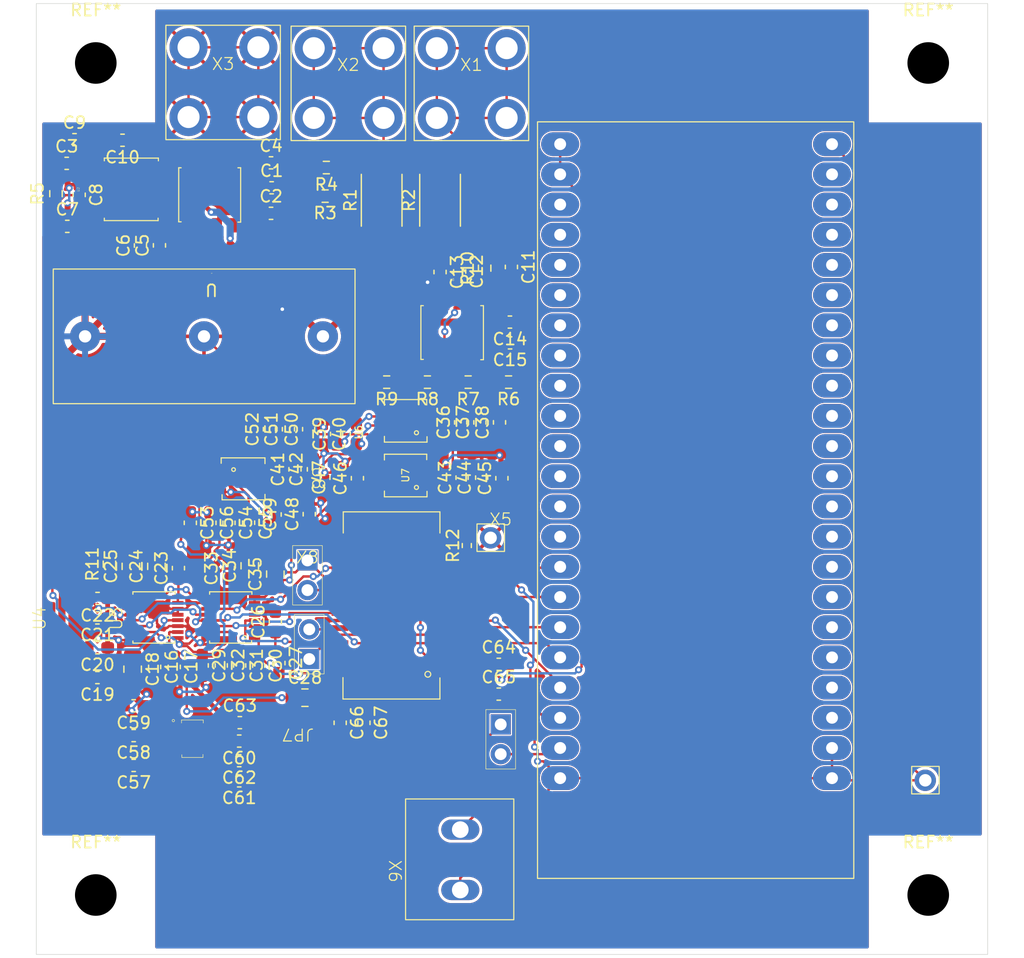
<source format=kicad_pcb>
(kicad_pcb (version 20241229) (generator "pcbnew") (generator_version "9.0")
  (layers (0 "F.Cu" signal) (2 "B.Cu" signal) (13 "F.Paste" user) (15 "B.Paste" user) (5 "F.SilkS" user "F.Silkscreen") (7 "B.SilkS" user "B.Silkscreen") (1 "F.Mask" user) (3 "B.Mask" user) (25 "Edge.Cuts" user))
  (net 0 "")
  (net 1 "Net-(R1-Pad2)")
  (net 2 "Net-(R1-Pad1)")
  (net 3 "GND")
  (net 4 "Net-(R8-Pad2)")
  (net 5 "Net-(U4-BUSY)")
  (net 6 "Net-(U1-+IN)")
  (net 7 "Net-(U3--IN)")
  (net 8 "ADC2_IN")
  (net 9 "Net-(U1--IN)")
  (net 10 "ADC1_IN")
  (net 11 "Net-(U2--IN)")
  (net 12 "FC+")
  (net 13 "Net-(R6-Pad2)")
  (net 14 "Net-(U3-+IN)")
  (net 15 "Net-(U11-DCLK)")
  (net 16 "DGND")
  (net 17 "+5V Dig")
  (net 18 "Net-(U10-5V0)")
  (net 19 "SSCLK")
  (net 20 "SCNV")
  (net 21 "Net-(U11-~{SSS})")
  (net 22 "+5V")
  (net 23 "Net-(U6-NR)")
  (net 24 "Vref1 4096mV")
  (net 25 "Vref2 4096mV")
  (net 26 "Net-(U7-NR)")
  (net 27 "SCK")
  (net 28 "+3.3V")
  (net 29 "SSDI2")
  (net 30 "+2.5V")
  (net 31 "SSDO")
  (net 32 "SBUSY")
  (net 35 "-5V")
  (net 38 "Net-(U1-OUT)")
  (net 43 "Net-(U8-BYP)")
  (net 44 "Net-(U9-BYP)")
  (net 54 "CNV")
  (net 58 "SS")
  (net 65 "BUSY")
  (net 70 "MISO")
  (net 71 "MOSI")
  (net 81 "Net-(U11-VDD1)")
  (net 84 "Net-(JP7-B)")
  (footprint "Capacitor_SMD:C_0603_1608Metric_Pad1.08x0.95mm_HandSolder" (layer "F.Cu") (at 184.8375 63.55 180)
    (property "Reference" "C15")
    (property "Value" "2.2u")
  )
  (footprint "MountingHole:MountingHole_3.5mm" (layer "F.Cu") (at 150 40)
    (property "Reference" "REF**")
    (property "Value" "MountingHole_3.5mm")
  )
  (footprint "Capacitor_SMD:C_0603_1608Metric_Pad1.08x0.95mm_HandSolder" (layer "F.Cu") (at 183.8875 90.59)
    (property "Reference" "C64")
    (property "Value" "100n")
  )
  (footprint "Resistor_SMD:R_0603_1608Metric_Pad0.98x0.95mm_HandSolder" (layer "F.Cu") (at 151.15 82.1625 90)
    (property "Reference" "R11")
    (property "Value" "100k")
  )
  (footprint "Capacitor_SMD:C_0603_1608Metric_Pad1.08x0.95mm_HandSolder" (layer "F.Cu") (at 180.6 57.5375 -90)
    (property "Reference" "C12")
    (property "Value" "100n")
  )
  (footprint "Capacitor_SMD:C_0603_1608Metric_Pad1.08x0.95mm_HandSolder" (layer "F.Cu") (at 182.3 70.2375 90)
    (property "Reference" "C37")
    (property "Value" "4.7u")
  )
  (footprint "Capacitor_SMD:C_0603_1608Metric_Pad1.08x0.95mm_HandSolder" (layer "F.Cu") (at 150.15 85.05 180)
    (property "Reference" "C22")
    (property "Value" "2.2u")
  )
  (footprint "AD8410ABWRZ:AD8410ABWRZ" (layer "F.Cu") (at 159.565 51.1027 180)
    (property "Reference" "U1")
    (property "Value" "~" (hide yes))
  )
  (footprint "Capacitor_SMD:C_0603_1608Metric_Pad1.08x0.95mm_HandSolder" (layer "F.Cu") (at 157.95 78.6875 -90)
    (property "Reference" "C53")
    (property "Value" "10n")
  )
  (footprint "Resistor_SMD:R_0603_1608Metric_Pad0.98x0.95mm_HandSolder" (layer "F.Cu") (at 182.7 57.2625 90)
    (property "Reference" "R10")
    (property "Value" "51")
  )
  (footprint "Resistor_SMD:R_0603_1608Metric_Pad0.98x0.95mm_HandSolder" (layer "F.Cu") (at 177.8875 66.85 180)
    (property "Reference" "R8")
    (property "Value" "3.9k")
  )
  (footprint "Resistor_SMD:R_0603_1608Metric_Pad0.98x0.95mm_HandSolder" (layer "F.Cu") (at 174.4625 66.85 180)
    (property "Reference" "R9")
    (property "Value" "100")
  )
  (footprint "Capacitor_SMD:C_0603_1608Metric_Pad1.08x0.95mm_HandSolder" (layer "F.Cu") (at 156.95 82.5 90)
    (property "Reference" "C23")
    (property "Value" "4.7u")
  )
  (footprint "Capacitor_SMD:C_0603_1608Metric_Pad1.08x0.95mm_HandSolder" (layer "F.Cu") (at 150.1375 89.2 180)
    (property "Reference" "C20")
    (property "Value" "4.7u")
  )
  (footprint "Capacitor_SMD:C_0603_1608Metric_Pad1.08x0.95mm_HandSolder" (layer "F.Cu") (at 184.825 61.8 180)
    (property "Reference" "C14")
    (property "Value" "100n")
  )
  (footprint "LTC2368IMS-16:LTC2368IMS-16" (layer "F.Cu") (at 154.9 86.65 90)
    (property "Reference" "U4")
    (property "Value" "~" (hide yes))
  )
  (footprint "Capacitor_SMD:C_0603_1608Metric_Pad1.08x0.95mm_HandSolder" (layer "F.Cu") (at 170.55 95.5125 -90)
    (property "Reference" "C66")
    (property "Value" "4.7u")
  )
  (footprint "MountingHole:MountingHole_3.5mm" (layer "F.Cu") (at 220 110)
    (property "Reference" "REF**")
    (property "Value" "MountingHole_3.5mm")
  )
  (footprint "Capacitor_SMD:C_0603_1608Metric_Pad1.08x0.95mm_HandSolder" (layer "F.Cu") (at 150.1375 86.69 180)
    (property "Reference" "C21")
    (property "Value" "4.7u")
  )
  (footprint "Capacitor_SMD:C_0603_1608Metric_Pad1.08x0.95mm_HandSolder" (layer "F.Cu") (at 165.4 90.4875 -90)
    (property "Reference" "C27")
    (property "Value" "4.7u")
  )
  (footprint "Capacitor_SMD:C_0805_2012Metric_Pad1.18x1.45mm_HandSolder" (layer "F.Cu") (at 152.95 82.35 90)
    (property "Reference" "C25")
    (property "Value" "22u")
  )
  (footprint "Capacitor_SMD:C_0603_1608Metric_Pad1.08x0.95mm_HandSolder" (layer "F.Cu") (at 164.7375 52.65)
    (property "Reference" "C2")
    (property "Value" "2.2n")
  )
  (footprint "Capacitor_SMD:C_0603_1608Metric_Pad1.08x0.95mm_HandSolder" (layer "F.Cu") (at 161.2 78.6875 -90)
    (property "Reference" "C54")
    (property "Value" "4.7u")
  )
  (footprint "Capacitor_SMD:C_0603_1608Metric_Pad1.08x0.95mm_HandSolder" (layer "F.Cu") (at 184.15 74.9375 90)
    (property "Reference" "C45")
    (property "Value" "4.7u")
  )
  (footprint "Capacitor_SMD:C_0603_1608Metric_Pad1.08x0.95mm_HandSolder" (layer "F.Cu") (at 164.6 70.8125 90)
    (property "Reference" "C52")
    (property "Value" "4.7u")
  )
  (footprint "LTC2368IMS-16:LTC2368IMS-16" (layer "F.Cu") (at 161.35 86.65 90)
    (property "Reference" "U5")
    (property "Value" "~" (hide yes))
  )
  (footprint "Capacitor_SMD:C_0805_2012Metric_Pad1.18x1.45mm_HandSolder" (layer "F.Cu") (at 153.1 91 -90)
    (property "Reference" "C18")
    (property "Value" "22u")
  )
  (footprint "Capacitor_SMD:C_0603_1608Metric_Pad1.08x0.95mm_HandSolder" (layer "F.Cu") (at 180.8 74.8875 90)
    (property "Reference" "C43")
    (property "Value" "100n")
  )
  (footprint "Capacitor_SMD:C_0805_2012Metric_Pad1.18x1.45mm_HandSolder" (layer "F.Cu") (at 165.1 83 90)
    (property "Reference" "C35")
    (property "Value" "22u")
  )
  (footprint "Capacitor_SMD:C_0603_1608Metric_Pad1.08x0.95mm_HandSolder" (layer "F.Cu") (at 155.355 55.3453 90)
    (property "Reference" "C5")
    (property "Value" "100n")
  )
  (footprint "Resistor_SMD:R_2512_6332Metric_Pad1.40x3.35mm_HandSolder" (layer "F.Cu") (at 178.95 51.55 90)
    (property "Reference" "R2")
    (property "Value" "16m")
  )
  (footprint "Capacitor_SMD:C_0603_1608Metric_Pad1.08x0.95mm_HandSolder" (layer "F.Cu") (at 183.95 70.2375 90)
    (property "Reference" "C38")
    (property "Value" "4.7u")
  )
  (footprint "Capacitor_SMD:C_0603_1608Metric_Pad1.08x0.95mm_HandSolder" (layer "F.Cu") (at 172 74.9375 90)
    (property "Reference" "C46")
    (property "Value" "10u")
  )
  (footprint "MountingHole:MountingHole_3.5mm" (layer "F.Cu") (at 220 40)
    (property "Reference" "REF**")
    (property "Value" "MountingHole_3.5mm")
  )
  (footprint "MPE-087-1-002(Updated):MPE-087-1-002(1)" (layer "F.Cu") (at 167.95 88.9 180)
    (property "Reference" "JP7")
    (property "Value" "Jumper_2_Bridged")
  )
  (footprint "Capacitor_SMD:C_0603_1608Metric_Pad1.08x0.95mm_HandSolder" (layer "F.Cu") (at 147.605 53.7453)
    (property "Reference" "C7")
    (property "Value" "100n")
  )
  (footprint "Capacitor_SMD:C_0603_1608Metric_Pad1.08x0.95mm_HandSolder" (layer "F.Cu") (at 166.75 74.1875 90)
    (property "Reference" "C41")
    (property "Value" "4.7u")
  )
  (footprint "MPE-087-1-002(Updated):MPE-087-1-002(1)" (layer "F.Cu") (at 184.05 96.9)
    (property "Reference" "X5")
    (property "Value" "~")
  )
  (footprint "RTM:rtm" (layer "F.Cu") (at 219.877 100.2992)
    (property "Reference" "X10" (hide yes))
    (property "Value" "~" (hide yes))
  )
  (footprint "Capacitor_SMD:C_0603_1608Metric_Pad1.08x0.95mm_HandSolder" (layer "F.Cu") (at 148.605 51.0953 -90)
    (property "Reference" "C8")
    (property "Value" "2.2u")
  )
  (footprint "Capacitor_SMD:C_0603_1608Metric_Pad1.08x0.95mm_HandSolder" (layer "F.Cu") (at 167.95 77.9625 90)
    (property "Reference" "C48")
    (property "Value" "4.7u")
  )
  (footprint "Capacitor_SMD:C_0603_1608Metric_Pad1.08x0.95mm_HandSolder" (layer "F.Cu") (at 162.85 78.675 -90)
    (property "Reference" "C55")
    (property "Value" "4.7u")
  )
  (footprint "Capacitor_SMD:C_0603_1608Metric_Pad1.08x0.95mm_HandSolder" (layer "F.Cu") (at 178.95 57.5875 -90)
    (property "Reference" "C13")
    (property "Value" "2.2u")
  )
  (footprint "Capacitor_SMD:C_0603_1608Metric_Pad1.08x0.95mm_HandSolder" (layer "F.Cu") (at 161.15 82.5125 90)
    (property "Reference" "C33")
    (property "Value" "4.7u")
  )
  (footprint "AKL073-3:AKL073-3.pretty" (layer "F.Cu") (at 159.1 63)
    (property "Reference" "X4" (hide yes))
    (property "Value" "~" (hide yes))
  )
  (footprint "Capacitor_SMD:C_0603_1608Metric_Pad1.08x0.95mm_HandSolder" (layer "F.Cu") (at 147.555 48.4453)
    (property "Reference" "C3")
    (property "Value" "1n")
  )
  (footprint "Capacitor_SMD:C_0603_1608Metric_Pad1.08x0.95mm_HandSolder" (layer "F.Cu") (at 160.55 90.6875 -90)
    (property "Reference" "C32")
    (property "Value" "4.7u")
  )
  (footprint "Capacitor_SMD:C_0805_2012Metric_Pad1.18x1.45mm_HandSolder" (layer "F.Cu") (at 155.1 82.35 90)
    (property "Reference" "C24")
    (property "Value" "22u")
  )
  (footprint "Capacitor_SMD:C_0603_1608Metric_Pad1.08x0.95mm_HandSolder" (layer "F.Cu") (at 170.2 74.8875 90)
    (property "Reference" "C47")
    (property "Value" "4.7u")
  )
  (footprint "Capacitor_SMD:C_0603_1608Metric_Pad1.08x0.95mm_HandSolder" (layer "F.Cu") (at 159.6 78.6875 -90)
    (property "Reference" "C56")
    (property "Value" "4.7u")
  )
  (footprint "Capacitor_SMD:C_0603_1608Metric_Pad1.08x0.95mm_HandSolder" (layer "F.Cu") (at 153.755 55.3578 90)
    (property "Reference" "C6")
    (property "Value" "2.2u")
  )
  (footprint "Resistor_SMD:R_2512_6332Metric_Pad1.40x3.35mm_HandSolder" (layer "F.Cu") (at 174.04 51.55 90)
    (property "Reference" "R1")
    (property "Value" "16m")
  )
  (footprint "Capacitor_SMD:C_0603_1608Metric_Pad1.08x0.95mm_HandSolder" (layer "F.Cu") (at 166.1 77.9875 90)
    (property "Reference" "C49")
    (property "Value" "4.7u")
  )
  (footprint "Capacitor_SMD:C_0603_1608Metric_Pad1.08x0.95mm_HandSolder" (layer "F.Cu") (at 164.7875 50.5)
    (property "Reference" "C1")
    (property "Value" "22n")
  )
  (footprint "Capacitor_SMD:C_0603_1608Metric_Pad1.08x0.95mm_HandSolder" (layer "F.Cu") (at 165.1 87.0125 90)
    (property "Reference" "C26")
    (property "Value" "100n")
  )
  (footprint "Capacitor_SMD:C_0603_1608Metric_Pad1.08x0.95mm_HandSolder" (layer "F.Cu") (at 163.7 90.7 -90)
    (property "Reference" "C30")
    (property "Value" "4.7u")
  )
  (footprint "LT1762EMS8-2.5:LT1762EMS8-2.5" (layer "F.Cu") (at 162.45 75 -90)
    (property "Reference" "U8")
    (property "Value" "~" (hide yes))
  )
  (footprint "Connectors_Updated:Connectors" (layer "F.Cu") (at 181.6 41.6)
    (property "Reference" "X1")
    (property "Value" "~")
  )
  (footprint "Resistor_SMD:R_0603_1608Metric_Pad0.98x0.95mm_HandSolder" (layer "F.Cu") (at 181.3125 66.85 180)
    (property "Reference" "R7")
    (property "Value" "2k")
  )
  (footprint "Capacitor_SMD:C_0603_1608Metric_Pad1.08x0.95mm_HandSolder" (layer "F.Cu") (at 166.2 70.8125 90)
    (property "Reference" "C51")
    (property "Value" "4.7u")
  )
  (footprint "Capacitor_SMD:C_0805_2012Metric_Pad1.18x1.45mm_HandSolder" (layer "F.Cu") (at 162.95 82.3 90)
    (property "Reference" "C34")
    (property "Value" "22u")
  )
  (footprint "Capacitor_SMD:C_0603_1608Metric_Pad1.08x0.95mm_HandSolder" (layer "F.Cu") (at 148.2125 46.45)
    (property "Reference" "C9")
    (property "Value" "100n")
  )
  (footprint "Capacitor_SMD:C_0603_1608Metric_Pad1.08x0.95mm_HandSolder" (layer "F.Cu") (at 170.25 71.2125 90)
    (property "Reference" "C39")
    (property "Value" "10u")
  )
  (footprint "Resistor_SMD:R_0402_1005Metric_Pad0.72x0.64mm_HandSolder" (layer "F.Cu") (at 181.2 80.6 90)
    (property "Reference" "R12")
    (property "Value" "470K")
  )
  (footprint "Capacitor_SMD:C_0603_1608Metric_Pad1.08x0.95mm_HandSolder" (layer "F.Cu") (at 162.0625 97.05 180)
    (property "Reference" "C60")
    (property "Value" "10n")
  )
  (footprint "Capacitor_SMD:C_0603_1608Metric_Pad1.08x0.95mm_HandSolder" (layer "F.Cu") (at 152.25 46.5 180)
    (property "Reference" "C10")
    (property "Value" "2.2u")
  )
  (footprint "Capacitor_SMD:C_0603_1608Metric_Pad1.08x0.95mm_HandSolder" (layer "F.Cu") (at 162.0625 98.7 180)
    (property "Reference" "C62")
    (property "Value" "4.7u")
  )
  (footprint "Capacitor_SMD:C_0603_1608Metric_Pad1.08x0.95mm_HandSolder" (layer "F.Cu") (at 183.8875 93.1)
    (property "Reference" "C65")
    (property "Value" "4.7u")
  )
  (footprint "Capacitor_SMD:C_0603_1608Metric_Pad1.08x0.95mm_HandSolder" (layer "F.Cu") (at 180.68 70.2375 90)
    (property "Reference" "C36")
    (property "Value" "4.7u")
  )
  (footprint "Capacitor_SMD:C_0603_1608Metric_Pad1.08x0.95mm_HandSolder" (layer "F.Cu") (at 164.7375 48.4)
    (property "Reference" "C4")
    (property "Value" "2.2n")
  )
  (footprint "Capacitor_SMD:C_0603_1608Metric_Pad1.08x0.95mm_HandSolder" (layer "F.Cu") (at 167.9 70.8125 90)
    (property "Reference" "C50")
    (property "Value" "100n")
  )
  (footprint "Resistor_SMD:R_0603_1608Metric_Pad0.98x0.95mm_HandSolder" (layer "F.Cu") (at 146.655 50.9953 90)
    (property "Reference" "R5")
    (property "Value" "51")
  )
  (footprint "Resistor_SMD:R_0603_1608Metric_Pad0.98x0.95mm_HandSolder" (layer "F.Cu") (at 169.2875 51.2 180)
    (property "Reference" "R3")
    (property "Value" "10")
  )
  (footprint "Capacitor_SMD:C_0603_1608Metric_Pad1.08x0.95mm_HandSolder" (layer "F.Cu") (at 150.1375 91.71 180)
    (property "Reference" "C19")
    (property "Value" "100n")
  )
  (footprint "Resistor_SMD:R_0603_1608Metric_Pad0.98x0.95mm_HandSolder" (layer "F.Cu") (at 169.3875 48.8 180)
    (property "Reference" "R4")
    (property "Value" "10")
  )
  (footprint "Capacitor_SMD:C_0603_1608Metric_Pad1.08x0.95mm_HandSolder" (layer "F.Cu") (at 162.1 90.6875 -90)
    (property "Reference" "C31")
    (property "Value" "4.7u")
  )
  (footprint "Capacitor_SMD:C_0603_1608Metric_Pad1.08x0.95mm_HandSolder" (layer "F.Cu") (at 153.1875 96.59 180)
    (property "Reference" "C58")
    (property "Value" "4.7u")
  )
  (footprint "Capacitor_SMD:C_0603_1608Metric_Pad1.08x0.95mm_HandSolder" (layer "F.Cu") (at 171.91 71.2125 90)
    (property "Reference" "C40")
    (property "Value" "4.7u")
  )
  (footprint "Connectors_Updated:Connectors" (layer "F.Cu") (at 171.25 41.6)
    (property "Reference" "X2")
    (property "Value" "~")
  )
  (footprint "LT1761IS5-3.3:LT1761IS5-3.3" (layer "F.Cu") (at 158.2 96.75 -90)
    (property "Reference" "U9" (hide yes))
    (property "Value" "~" (hide yes))
  )
  (footprint "Resistor_SMD:R_0603_1608Metric_Pad0.98x0.95mm_HandSolder" (layer "F.Cu") (at 184.7125 66.85 180)
    (property "Reference" "R6")
    (property "Value" "39k")
  )
  (footprint "Capacitor_SMD:C_0603_1608Metric_Pad1.08x0.95mm_HandSolder" (layer "F.Cu") (at 184.95 57.1625 -90)
    (property "Reference" "C11")
    (property "Value" "1n")
  )
  (footprint "MountingHole:MountingHole_3.5mm" (layer "F.Cu") (at 150 110)
    (property "Reference" "REF**")
    (property "Value" "MountingHole_3.5mm")
  )
  (footprint "Capacitor_SMD:C_0603_1608Metric_Pad1.08x0.95mm_HandSolder" (layer "F.Cu") (at 154.95 90.8125 -90)
    (property "Reference" "C16")
    (property "Value" "100n")
  )
  (footprint "Capacitor_SMD:C_0603_1608Metric_Pad1.08x0.95mm_HandSolder" (layer "F.Cu") (at 158.95 90.6875 -90)
    (property "Reference" "C29")
    (property "Value" "100n")
  )
  (footprint "Capacitor_SMD:C_0603_1608Metric_Pad1.08x0.95mm_HandSolder" (layer "F.Cu") (at 172.55 95.5125 -90)
    (property "Reference" "C67")
    (property "Value" "4.7u")
  )
  (footprint "LTC6655LNBHMS8:LTC6655LNBHMS8" (layer "F.Cu") (at 176.05 70.0949 90)
    (property "Reference" "U6")
    (property "Value" "~")
  )
  (footprint "Capacitor_SMD:C_0603_1608Metric_Pad1.08x0.95mm_HandSolder" (layer "F.Cu") (at 182.45 74.8875 90)
    (property "Reference" "C44")
    (property "Value" "4.7u")
  )
  (footprint "Capacitor_SMD:C_0805_2012Metric_Pad1.18x1.45mm_HandSolder" (layer "F.Cu") (at 167.5875 93.4)
    (property "Reference" "C28")
    (property "Value" "22u")
  )
  (footprint "Capacitor_SMD:C_0603_1608Metric_Pad1.08x0.95mm_HandSolder" (layer "F.Cu") (at 162.1125 95.5)
    (property "Reference" "C63")
    (property "Value" "4.7u")
  )
  (footprint "MPE-087-1-002(Updated):MPE-087-1-002(1)" (layer "F.Cu") (at 167.8 83.1)
    (property "Reference" "X8")
    (property "Value" "~")
  )
  (footprint "LT6202IS8:LT6202IS8" (layer "F.Cu") (at 179.955 62.70365)
    (property "Reference" "U3")
    (property "Value" "~")
  )
  (footprint "Capacitor_SMD:C_0603_1608Metric_Pad1.08x0.95mm_HandSolder" (layer "F.Cu") (at 168.3 74.1875 90)
    (property "Reference" "C42")
    (property "Value" "4.7u")
  )
  (footprint "ADUM4150BRIZ:ADUM4150BRIZ" (layer "F.Cu") (at 174.8754 85.6389 90)
    (property "Reference" "U11" (hide yes))
    (property "Value" "~" (hide yes))
  )
  (footprint "Capacitor_SMD:C_0603_1608Metric_Pad1.08x0.95mm_HandSolder" (layer "F.Cu") (at 153.1875 94.08 180)
    (property "Reference" "C59")
    (property "Value" "4.7u")
  )
  (footprint "LT6202IS8:LT6202IS8" (layer "F.Cu") (at 153.005 50.6453 90)
    (property "Reference" "U2")
    (property "Value" "~")
  )
  (footprint "Connectors_Updated:Connectors" (layer "F.Cu") (at 160.721 41.5248)
    (property "Reference" "X3")
    (property "Value" "~")
  )
  (footprint "AKL072:AKL072" (layer "F.Cu") (at 174.65 108 -90)
    (property "Reference" "X6")
    (property "Value" "~")
  )
  (footprint "Capacitor_SMD:C_0603_1608Metric_Pad1.08x0.95mm_HandSolder" (layer "F.Cu") (at 162.0625 100.4 180)
    (property "Reference" "C61")
    (property "Value" "4.7u")
  )
  (footprint "Capacitor_SMD:C_0603_1608Metric_Pad1.08x0.95mm_HandSolder" (layer "F.Cu") (at 156.6 90.8125 -90)
    (property "Reference" "C17")
    (property "Value" "4.7u")
  )
  (footprint "RTM:rtm" (layer "F.Cu") (at 183.327 79.8992)
    (property "Reference" "X9" (hide yes))
    (property "Value" "~" (hide yes))
  )
  (footprint "Capacitor_SMD:C_0603_1608Metric_Pad1.08x0.95mm_HandSolder" (layer "F.Cu") (at 153.1875 99.1 180)
    (property "Reference" "C57")
    (property "Value" "100n")
  )
  (footprint "ESP32-S3-DevKitC:ESP32-S3-DevKitC" (layer "F.Cu") (at 201.4452 70.3514)
    (property "Reference" "U10" (hide yes))
    (property "Value" "ESP32-S3-DevKitC-1N8" (hide yes))
  )
  (footprint "LTC6655LNBHMS8:LTC6655LNBHMS8" (layer "F.Cu") (at 176.05 74.6949 90)
    (property "Reference" "U7")
    (property "Value" "~" (hide yes))
  )
  (gr_rect (start 145 35) (end 225 115) (stroke (width 0.05)) (fill no) (layer "Edge.Cuts"))
  (segment (start 174.199 38.7552) (end 174.199 44.6252) (width 0.2) (layer "F.Cu") (net 1))
  (segment (start 174.04 48.5) (end 178.95 48.5) (width 0.2) (layer "F.Cu") (net 1))
  (segment (start 173.74 48.8) (end 174.04 48.5) (width 0.2) (layer "F.Cu") (net 1))
  (segment (start 170.3 48.8) (end 173.74 48.8) (width 0.2) (layer "F.Cu") (net 1))
  (segment (start 174.199 48.341) (end 174.04 48.5) (width 0.2) (layer "F.Cu") (net 1))
  (segment (start 168.329 38.7552) (end 174.199 38.7552) (width 0.2) (layer "F.Cu") (net 1))
  (segment (start 168.329 44.6252) (end 168.329 38.7552) (width 0.2) (layer "F.Cu") (net 1))
  (segment (start 168.329 44.6252) (end 174.199 44.6252) (width 0.2) (layer "F.Cu") (net 1))
  (segment (start 174.199 44.6252) (end 174.199 48.341) (width 0.2) (layer "F.Cu") (net 1))
  (segment (start 174.04 54.6) (end 178.95 54.6) (width 0.2) (layer "F.Cu") (net 2))
  (segment (start 178.679 44.6252) (end 178.679 38.7552) (width 0.2) (layer "F.Cu") (net 2))
  (segment (start 170.2 51.2) (end 170.64 51.2) (width 0.2) (layer "F.Cu") (net 2))
  (segment (start 170.64 51.2) (end 174.04 54.6) (width 0.2) (layer "F.Cu") (net 2))
  (segment (start 180.926 52.624) (end 180.926 46.8722) (width 0.2) (layer "F.Cu") (net 2))
  (segment (start 178.95 54.6) (end 180.926 52.624) (width 0.2) (layer "F.Cu") (net 2))
  (segment (start 184.7252 44.6252) (end 184.75 44.65) (width 0.2) (layer "F.Cu") (net 2))
  (segment (start 184.549 44.6252) (end 184.7252 44.6252) (width 0.2) (layer "F.Cu") (net 2))
  (segment (start 178.679 38.7552) (end 184.549 38.7552) (width 0.2) (layer "F.Cu") (net 2))
  (segment (start 184.549 38.7552) (end 184.549 44.6252) (width 0.2) (layer "F.Cu") (net 2))
  (segment (start 184.7252 44.6252) (end 178.679 44.6252) (width 0.2) (layer "F.Cu") (net 2))
  (segment (start 180.926 46.8722) (end 178.679 44.6252) (width 0.2) (layer "F.Cu") (net 2))
  (segment (start 184.15 74.075) (end 183.95 73.875) (width 0.2) (layer "F.Cu") (net 3))
  (segment (start 159.17153 88.377) (end 158.774265 88.774265) (width 0.2) (layer "F.Cu") (net 3))
  (segment (start 185.4 77.75) (end 183.2 79.95) (width 0.2) (layer "F.Cu") (net 3))
  (segment (start 152.89825 88.377) (end 152.074 89.20125) (width 0.2) (layer "F.Cu") (net 3))
  (segment (start 152.037499 86.450721) (end 152.870529 86.450721) (width 0.2) (layer "F.Cu") (net 3))
  (segment (start 149.275 86.69) (end 149.275 87.452725) (width 0.2) (layer "F.Cu") (net 3))
  (segment (start 156.1584 87.377) (end 156.90175 87.377) (width 0.2) (layer "F.Cu") (net 3))
  (segment (start 164.873 85.923) (end 165.1 86.15) (width 0.2) (layer "F.Cu") (net 3))
  (segment (start 169.286765 78.336765) (end 170.5304 79.5804) (width 0.2) (layer "F.Cu") (net 3))
  (segment (start 170.962356 73.5135) (end 170.7115 73.5135) (width 0.2) (layer "F.Cu") (net 3))
  (segment (start 154.95 91.675) (end 153.4625 91.675) (width 0.2) (layer "F.Cu") (net 3))
  (segment (start 159.34825 85.423) (end 162.1115 85.423) (width 0.2) (layer "F.Cu") (net 3))
  (segment (start 163.35175 85.923) (end 164.873 85.923) (width 0.2) (layer "F.Cu") (net 3))
  (segment (start 180.3949 69.0899) (end 180.68 69.375) (width 0.2) (layer "F.Cu") (net 3))
  (segment (start 156.90175 86.423) (end 156.777764 86.299014) (width 0.2) (layer "F.Cu") (net 3))
  (segment (start 153.101 99.876) (end 154.6874 99.876) (width 0.2) (layer "F.Cu") (net 3))
  (segment (start 155.9028 98.6606) (end 155.9028 96.9534) (width 0.2) (layer "F.Cu") (net 3))
  (segment (start 154.275686 93.105) (end 154.275686 92.349314) (width 0.2) (layer "F.Cu") (net 3))
  (segment (start 152.074 91.0115) (end 153.1 92.0375) (width 0.2) (layer "F.Cu") (net 3))
  (segment (start 153.824 86.176) (end 153.651057 86.176) (width 0.2) (layer "F.Cu") (net 3))
  (segment (start 174.05 71.1) (end 175 71.1) (width 0.2) (layer "F.Cu") (net 3))
  (segment (start 149.2875 85.05) (end 149.435092 85.05) (width 0.2) (layer "F.Cu") (net 3))
  (segment (start 158.45085 56.2078) (end 155.355 56.2078) (width 0.2) (layer "F.Cu") (net 3))
  (segment (start 166.125 77.1) (end 166.1 77.125) (width 0.2) (layer "F.Cu") (net 3))
  (segment (start 170.25 74.075) (end 170.2 74.025) (width 0.2) (layer "F.Cu") (net 3))
  (segment (start 149.2875 85.05) (end 149.2875 83.1125) (width 0.2) (layer "F.Cu") (net 3))
  (segment (start 155.149014 86.651071) (end 155.149014 87.148957) (width 0.2) (layer "F.Cu") (net 3))
  (segment (start 168.82647 77.1) (end 168.913235 77.013235) (width 0.2) (layer "F.Cu") (net 3))
  (segment (start 153.4625 91.675) (end 153.1 92.0375) (width 0.2) (layer "F.Cu") (net 3))
  (segment (start 156.777764 86.299014) (end 155.501071 86.299014) (width 0.2) (layer "F.Cu") (net 3))
  (segment (start 165.6385 78.0115) (end 166.1 77.55) (width 0.2) (layer "F.Cu") (net 3))
  (segment (start 178.05 74.3398) (end 178.05 73.6899) (width 0.2) (layer "F.Cu") (net 3))
  (segment (start 162.9 79.55) (end 163.266664 79.55) (width 0.2) (layer "F.Cu") (net 3))
  (segment (start 157.049147 92.902233) (end 157.049147 92.124147) (width 0.2) (layer "F.Cu") (net 3))
  (segment (start 167.95 77.1) (end 168.82647 77.1) (width 0.2) (layer "F.Cu") (net 3))
  (segment (start 155.1 81.3125) (end 156.625 81.3125) (width 0.2) (layer "F.Cu") (net 3))
  (segment (start 152.074 89.20125) (end 152.074 91.0115) (width 0.2) (layer "F.Cu") (net 3))
  (segment (start 156.625 81.3125) (end 156.95 81.6375) (width 0.2) (layer "F.Cu") (net 3))
  (segment (start 159.3 79.85) (end 159.6 79.55) (width 0.2) (layer "F.Cu") (net 3))
  (segment (start 154.275686 92.349314) (end 154.95 91.675) (width 0.2) (layer "F.Cu") (net 3))
  (segment (start 156.90175 85.94825) (end 156.9 85.95) (width 0.2) (layer "F.Cu") (net 3))
  (segment (start 152.89825 85.423) (end 152.98525 85.336) (width 0.2) (layer "F.Cu") (net 3))
  (segment (start 163.35175 86.414) (end 163.35175 85.923) (width 0.2) (layer "F.Cu") (net 3))
  (segment (start 152.623082 94.08) (end 153.032185 94.489103) (width 0.2) (layer "F.Cu") (net 3))
  (segment (start 162.95 80.7) (end 165.324 78.326) (width 0.2) (layer "F.Cu") (net 3))
  (segment (start 156.9 86.414) (end 156.90175 86.414) (width 0.2) (layer "F.Cu") (net 3))
  (segment (start 170.7115 73.5135) (end 170.2 74.025) (width 0.2) (layer "F.Cu") (net 3))
  (segment (start 147.63 51.781328) (end 147.63 52.8578) (width 0.2) (layer "F.Cu") (net 3))
  (segment (start 165.632866 78.0115) (end 165.6385 78.0115) (width 0.2) (layer "F.Cu") (net 3))
  (segment (start 158.95 92.21005) (end 159.269975 92.530025) (width 0.2) (layer "F.Cu") (net 3))
  (segment (start 169.4365 70.35) (end 169.15 70.6365) (width 0.2) (layer "F.Cu") (net 3))
  (segment (start 159.6 81.15) (end 159.1125 81.6375) (width 0.2) (layer "F.Cu") (net 3))
  (segment (start 149.2875 83.1125) (end 151.15 81.25) (width 0.2) (layer "F.Cu") (net 3))
  (segment (start 157.577 85.923) (end 158.077 85.423) (width 0.2) (layer "F.Cu") (net 3))
  (segment (start 170.5304 79.5804) (end 170.5304 79.9239) (width 0.2) (layer "F.Cu") (net 3))
  (segment (start 156.90175 85.923) (end 157.577 85.923) (width 0.2) (layer "F.Cu") (net 3))
  (segment (start 164.25 87.155) (end 164.028 87.377) (width 0.2) (layer "F.Cu") (net 3))
  (segment (start 157.8 38.68) (end 163.67 38.68) (width 0.2) (layer "F.Cu") (net 3))
  (segment (start 163.67 44.55) (end 157.8 44.55) (width 0.2) (layer "F.Cu") (net 3))
  (segment (start 160.2 53.6554) (end 160.2 54.45865) (width 0.2) (layer "F.Cu") (net 3))
  (segment (start 153.6255 85.324) (end 155.6625 85.324) (width 0.2) (layer "F.Cu") (net 3))
  (segment (start 161.2 80.5) (end 161.15 80.55) (width 0.2) (layer "F.Cu") (net 3))
  (segment (start 152.89825 85.423) (end 153.5745 85.423) (width 0.2) (layer "F.Cu") (net 3))
  (segment (start 148.605 50.2328) (end 148.049481 50.2328) (width 0.2) (layer "F.Cu") (net 3))
  (segment (start 155.501071 86.299014) (end 155.149014 86.651071) (width 0.2) (layer "F.Cu") (net 3))
  (segment (start 162.6115 85.923) (end 163.35175 85.923) (width 0.2) (layer "F.Cu") (net 3))
  (segment (start 162.95 66.85) (end 173.55 66.85) (width 0.2) (layer "F.Cu") (net 3))
  (segment (start 149.275 86.69) (end 149.421641 86.69) (width 0.2) (layer "F.Cu") (net 3))
  (segment (start 164.028 86.423) (end 164.25 86.645) (width 0.2) (layer "F.Cu") (net 3))
  (segment (start 164.028 87.377) (end 163.35175 87.377) (width 0.2) (layer "F.Cu") (net 3))
  (segment (start 184.15 74.075) (end 185.4 75.325) (width 0.2) (layer "F.Cu") (net 3))
  (segment (start 156.2615 85.923) (end 156.90175 85.923) (width 0.2) (layer "F.Cu") (net 3))
  (segment (start 160.5449 76.1) (end 160.45 76.0051) (width 0.2) (layer "F.Cu") (net 3))
  (segment (start 158.95 91.55) (end 158.95 92.21005) (width 0.2) (layer "F.Cu") (net 3))
  (segment (start 156.0038 96.8524) (end 156.8138 96.8524) (width 0.2) (layer "F.Cu") (net 3))
  (segment (start 163.266664 79.55) (end 164.608332 78.208332) (width 0.2) (layer "F.Cu") (net 3))
  (segment (start 177.0101 69.0899) (end 178.05 69.0899) (width 0.2) (layer "F.Cu") (net 3))
  (segment (start 154.6874 99.876) (end 155.9028 98.6606) (width 0.2) (layer "F.Cu") (net 3))
  (segment (start 155.6625 85.324) (end 156.2615 85.923) (width 0.2) (layer "F.Cu") (net 3))
  (segment (start 175 71.1) (end 177.0101 69.0899) (width 0.2) (layer "F.Cu") (net 3))
  (segment (start 148.049481 50.2328) (end 147.762981 50.5193) (width 0.2) (layer "F.Cu") (net 3))
  (segment (start 162.85 79.5375) (end 162.8875 79.5375) (width 0.2) (layer "F.Cu") (net 3))
  (segment (start 178.05 74.3398) (end 178.6842 74.3398) (width 0.2) (layer "F.Cu") (net 3))
  (segment (start 155.517757 87.5177) (end 156.0177 87.5177) (width 0.2) (layer "F.Cu") (net 3))
  (segment (start 147.63 52.8578) (end 146.7425 53.7453) (width 0.2) (layer "F.Cu") (net 3))
  (segment (start 155.149014 87.148957) (end 155.517757 87.5177) (width 0.2) (layer "F.Cu") (net 3))
  (segment (start 153.651057 86.176) (end 153.404057 86.423) (width 0.2) (layer "F.Cu") (net 3))
  (segment (start 153.95 85.7985) (end 153.95 86.05) (width 0.2) (layer "F.Cu") (net 3))
  (segment (start 160.312198 53.543202) (end 160.2 53.6554) (width 0.2) (layer "F.Cu") (net 3))
  (segment (start 152.98525 85.336) (end 153.6255 85.336) (width 0.2) (layer "F.Cu") (net 3))
  (segment (start 159.3 80.6) (end 159.3 79.85) (width 0.2) (layer "F.Cu") (net 3))
  (segment (start 153.5745 85.423) (end 153.95 85.7985) (width 0.2) (layer "F.Cu") (net 3))
  (segment (start 149.2875 86.6775) (end 149.275 86.69) (width 0.2) (layer "F.Cu") (net 3))
  (segment (start 153.6255 85.336) (end 153.6255 85.324) (width 0.2) (layer "F.Cu") (net 3))
  (segment (start 161.2 79.55) (end 161.2 80.5) (width 0.2) (layer "F.Cu") (net 3))
  (segment (start 165.324 78.320366) (end 165.632866 78.0115) (width 0.2) (layer "F.Cu") (net 3))
  (segment (start 178.05 69.0899) (end 180.3949 69.0899) (width 0.2) (layer "F.Cu") (net 3))
  (segment (start 162.1115 85.423) (end 162.6115 85.923) (width 0.2) (layer "F.Cu") (net 3))
  (segment (start 167.95 77.1) (end 166.125 77.1) (width 0.2) (layer "F.Cu") (net 3))
  (segment (start 166.75 73.325) (end 168.3 73.325) (width 0.2) (layer "F.Cu") (net 3))
  (segment (start 163.67 38.68) (end 163.67 44.55) (width 0.2) (layer "F.Cu") (net 3))
  (segment (start 152.325 94.08) (end 152.325 96.59) (width 0.2) (layer "F.Cu") (net 3))
  (segment (start 151.913056 88.552536) (end 152.722714 88.552536) (width 0.2) (layer "F.Cu") (net 3))
  (segment (start 157.828 87.663) (end 157.542 87.377) (width 0.2) (layer "F.Cu") (net 3))
  (segment (start 178.6842 74.3398) (end 179.424 73.6) (width 0.2) (layer "F.Cu") (net 3))
  (segment (start 153.95 86.05) (end 153.824 86.176) (width 0.2) (layer "F.Cu") (net 3))
  (segment (start 158.93 48.55) (end 160.2 48.55) (width 0.2) (layer "F.Cu") (net 3))
  (segment (start 170.25 70.35) (end 169.4365 70.35) (width 0.2) (layer "F.Cu") (net 3))
  (segment (start 156.90175 85.923) (end 156.90175 85.94825) (width 0.2) (layer "F.Cu") (net 3))
  (segment (start 162.95 81.2625) (end 162.95 80.7) (width 0.2) (layer "F.Cu") (net 3))
  (segment (start 160.2 48.02) (end 160.2 48.55) (width 0.2) (layer "F.Cu") (net 3))
  (segment (start 152.870529 86.450721) (end 152.89825 86.423) (width 0.2) (layer "F.Cu") (net 3))
  (segment (start 156.9 85.95) (end 156.9 86.414) (width 0.2) (layer "F.Cu") (net 3))
  (segment (start 157.542 87.377) (end 156.90175 87.377) (width 0.2) (layer "F.Cu") (net 3))
  (segment (start 169.266606 74.466606) (end 169.758394 74.466606) (width 0.2) (layer "F.Cu") (net 3))
  (segment (start 158.077 85.423) (end 159.34825 85.423) (width 0.2) (layer "F.Cu") (net 3))
  (segment (start 149.2875 85.05) (end 149.2875 86.6775) (width 0.2) (layer "F.Cu") (net 3))
  (segment (start 152.89825 85.40175) (end 152.9 85.4) (width 0.2) (layer "F.Cu") (net 3))
  (segment (start 178.05 69.7398) (end 178.05 69.0899) (width 0.2) (layer "F.Cu") (net 3))
  (segment (start 152.722714 88.552536) (end 152.89825 88.377) (width 0.2) (layer "F.Cu") (net 3))
  (segment (start 149.275 87.452725) (end 150.220156 88.397881) (width 0.2) (layer "F.Cu") (net 3))
  (segment (start 183.95 73.875) (end 183.95 73) (width 0.2) (layer "F.Cu") (net 3))
  (segment (start 165.324 78.326) (end 165.324 78.320366) (width 0.2) (layer "F.Cu") (net 3))
  (segment (start 160.312198 48.662198) (end 160.312198 53.543202) (width 0.2) (layer "F.Cu") (net 3))
  (segment (start 168.3 73.325) (end 168.711153 73.325) (width 0.2) (layer "F.Cu") (net 3))
  (segment (start 164.25 86.645) (end 164.25 87.155) (width 0.2) (layer "F.Cu") (net 3))
  (segment (start 157.828 88.023471) (end 157.828 87.663) (width 0.2) (layer "F.Cu") (net 3))
  (segment (start 159.6 79.55) (end 159.6 81.15) (width 0.2) (layer "F.Cu") (net 3))
  (segment (start 168.711153 73.325) (end 169.185903 72.85025) (width 0.2) (layer "F.Cu") (net 3))
  (segment (start 159.1125 81.6375) (end 156.95 81.6375) (width 0.2) (layer "F.Cu") (net 3))
  (segment (start 160.2 54.45865) (end 158.45085 56.2078) (width 0.2) (layer "F.Cu") (net 3))
  (segment (start 156.92475 87.4) (end 156.90175 87.377) (width 0.2) (layer "F.Cu") (net 3))
  (segment (start 157.8 44.55) (end 157.8 38.68) (width 0.2) (layer "F.Cu") (net 3))
  (segment (start 172 74.075) (end 170.25 74.075) (width 0.2) (layer "F.Cu") (net 3))
  (segment (start 160.2 48.55) (end 160.312198 48.662198) (width 0.2) (layer "F.Cu") (net 3))
  (segment (start 149.435092 85.05) (end 150.250773 85.865681) (width 0.2) (layer "F.Cu") (net 3))
  (segment (start 155.9028 96.9534) (end 156.0038 96.8524) (width 0.2) (layer "F.Cu") (net 3))
  (segment (start 156.0177 87.5177) (end 156.1584 87.377) (width 0.2) (layer "F.Cu") (net 3))
  (segment (start 161.35 76.1) (end 160.5449 76.1) (width 0.2) (layer "F.Cu") (net 3))
  (segment (start 162.8875 79.5375) (end 162.9 79.55) (width 0.2) (layer "F.Cu") (net 3))
  (segment (start 169.758394 74.466606) (end 170.2 74.025) (width 0.2) (layer "F.Cu") (net 3))
  (segment (start 152.325 94.08) (end 152.623082 94.08) (width 0.2) (layer "F.Cu") (net 3))
  (segment (start 152.325 99.1) (end 153.101 99.876) (width 0.2) (layer "F.Cu") (net 3))
  (segment (start 185.4 75.325) (end 185.4 77.75) (width 0.2) (layer "F.Cu") (net 3))
  (segment (start 166.1 77.55) (end 166.1 77.125) (width 0.2) (layer "F.Cu") (net 3))
  (segment (start 163.35175 86.423) (end 164.028 86.423) (width 0.2) (layer "F.Cu") (net 3))
  (segment (start 157.049147 92.124147) (end 156.6 91.675) (width 0.2) (layer "F.Cu") (net 3))
  (segment (start 159.34825 88.377) (end 159.17153 88.377) (width 0.2) (layer "F.Cu") (net 3))
  (segment (start 159.1 63) (end 162.95 66.85) (width 0.2) (layer "F.Cu") (net 3))
  (segment (start 163.67 44.55) (end 160.2 48.02) (width 0.2) (layer "F.Cu") (net 3))
  (segment (start 153.404057 86.423) (end 152.89825 86.423) (width 0.2) (layer "F.Cu") (net 3))
  (via (at 151.913056 88.552536) (size 0.6) (drill 0.3) (layers "F.Cu" "B.Cu") (net 3))
  (via (at 150.220156 88.397881) (size 0.6) (drill 0.3) (layers "F.Cu" "B.Cu") (net 3))
  (via (at 164.608332 78.208332) (size 0.6) (drill 0.3) (layers "F.Cu" "B.Cu") (net 3))
  (via (at 147.63 51.781328) (size 0.6) (drill 0.3) (layers "F.Cu" "B.Cu") (net 3))
  (via (at 169.266606 74.466606) (size 0.6) (drill 0.3) (layers "F.Cu" "B.Cu") (net 3))
  (via (at 169.15 70.6365) (size 0.6) (drill 0.3) (layers "F.Cu" "B.Cu") (net 3))
  (via (at 159.269975 92.530025) (size 0.6) (drill 0.3) (layers "F.Cu" "B.Cu") (net 3))
  (via (at 169.185903 72.85025) (size 0.6) (drill 0.3) (layers "F.Cu" "B.Cu") (net 3))
  (via (at 153.032185 94.489103) (size 0.6) (drill 0.3) (layers "F.Cu" "B.Cu") (net 3))
  (via (at 154.275686 93.105) (size 0.6) (drill 0.3) (layers "F.Cu" "B.Cu") (net 3))
  (via (at 179.424 73.6) (size 0.6) (drill 0.3) (layers "F.Cu" "B.Cu") (net 3))
  (via (at 158.774265 88.774265) (size 0.6) (drill 0.3) (layers "F.Cu" "B.Cu") (net 3))
  (via (at 157.049147 92.902233) (size 0.6) (drill 0.3) (layers "F.Cu" "B.Cu") (net 3))
  (via (at 152.037499 86.450721) (size 0.6) (drill 0.3) (layers "F.Cu" "B.Cu") (net 3))
  (via (at 150.250773 85.865681) (size 0.6) (drill 0.3) (layers "F.Cu" "B.Cu") (net 3))
  (via (at 161.15 80.55) (size 0.6) (drill 0.3) (layers "F.Cu" "B.Cu") (net 3))
  (via (at 161.35 76.1) (size 0.6) (drill 0.3) (layers "F.Cu" "B.Cu") (net 3))
  (via (at 168.913235 77.013235) (size 0.6) (drill 0.3) (layers "F.Cu" "B.Cu") (net 3))
  (via (at 183.95 73) (size 0.6) (drill 0.3) (layers "F.Cu" "B.Cu") (net 3))
  (via (at 147.762981 50.5193) (size 0.6) (drill 0.3) (layers "F.Cu" "B.Cu") (net 3))
  (via (at 169.286765 78.336765) (size 0.6) (drill 0.3) (layers "F.Cu" "B.Cu") (net 3))
  (via (at 159.3 80.6) (size 0.6) (drill 0.3) (layers "F.Cu" "B.Cu") (net 3))
  (via (at 170.962356 73.5135) (size 0.6) (drill 0.3) (layers "F.Cu" "B.Cu") (net 3))
  (via (at 157.828 88.023471) (size 0.6) (drill 0.3) (layers "F.Cu" "B.Cu") (net 3))
  (segment (start 169.185903 72.85025) (end 170.299106 72.85025) (width 0.2) (layer "B.Cu") (net 3))
  (segment (start 147.762981 50.5193) (end 147.762981 51.648347) (width 0.2) (layer "B.Cu") (net 3))
  (segment (start 170.299106 72.85025) (end 170.962356 73.5135) (width 0.2) (layer "B.Cu") (net 3))
  (segment (start 153.032185 94.489103) (end 153.032185 94.348501) (width 0.2) (layer "B.Cu") (net 3))
  (segment (start 169.15 70.6365) (end 169.15 74.35) (width 0.2) (layer "B.Cu") (net 3))
  (segment (start 151.758401 88.397881) (end 151.913056 88.552536) (width 0.2) (layer "B.Cu") (net 3))
  (segment (start 162.5 76.1) (end 161.35 76.1) (width 0.2) (layer "B.Cu") (net 3))
  (segment (start 147.762981 51.648347) (end 147.63 51.781328) (width 0.2) (layer "B.Cu") (net 3))
  (segment (start 164.608332 78.208332) (end 162.5 76.1) (width 0.2) (layer "B.Cu") (net 3))
  (segment (start 158.774265 88.774265) (end 158.578794 88.774265) (width 0.2) (layer "B.Cu") (net 3))
  (segment (start 159.269975 92.530025) (end 158.897767 92.902233) (width 0.2) (layer "B.Cu") (net 3))
  (segment (start 158.578794 88.774265) (end 157.828 88.023471) (width 0.2) (layer "B.Cu") (net 3))
  (segment (start 161.15 80.55) (end 159.35 80.55) (width 0.2) (layer "B.Cu") (net 3))
  (segment (start 169.15 74.35) (end 169.266606 74.466606) (width 0.2) (layer "B.Cu") (net 3))
  (segment (start 179.424 73.6) (end 180.024 73) (width 0.2) (layer "B.Cu") (net 3))
  (segment (start 168.913235 77.013235) (end 168.913235 77.963235) (width 0.2) (layer "B.Cu") (net 3))
  (segment (start 180.024 73) (end 183.95 73) (width 0.2) (layer "B.Cu") (net 3))
  (segment (start 150.250773 85.865681) (end 151.452459 85.865681) (width 0.2) (layer "B.Cu") (net 3))
  (segment (start 153.032185 94.348501) (end 154.275686 93.105) (width 0.2) (layer "B.Cu") (net 3))
  (segment (start 158.897767 92.902233) (end 157.049147 92.902233) (width 0.2) (layer "B.Cu") (net 3))
  (segment (start 168.913235 77.963235) (end 169.286765 78.336765) (width 0.2) (layer "B.Cu") (net 3))
  (segment (start 150.220156 88.397881) (end 151.758401 88.397881) (width 0.2) (layer "B.Cu") (net 3))
  (segment (start 151.452459 85.865681) (end 152.037499 86.450721) (width 0.2) (layer "B.Cu") (net 3))
  (segment (start 159.35 80.55) (end 159.3 80.6) (width 0.2) (layer "B.Cu") (net 3))
  (segment (start 175.375 66.85) (end 176.975 66.85) (width 0.2) (layer "F.Cu") (net 4))
  (segment (start 151.15 83.075) (end 151.15 83.5625) (width 0.2) (layer "F.Cu") (net 5))
  (segment (start 152.323 85.923) (end 152.89825 85.923) (width 0.2) (layer "F.Cu") (net 5))
  (segment (start 152.0475 84.46) (end 152.0475 85.6475) (width 0.2) (layer "F.Cu") (net 5))
  (segment (start 151.15 83.5625) (end 152.0475 84.46) (width 0.2) (layer "F.Cu") (net 5))
  (segment (start 152.0475 85.6475) (end 152.323 85.923) (width 0.2) (layer "F.Cu") (net 5))
  (segment (start 164.701 51.276) (end 163.925 50.5) (width 0.2) (layer "F.Cu") (net 6))
  (segment (start 163.875 50.55) (end 163.925 50.5) (width 0.2) (layer "F.Cu") (net 6))
  (segment (start 163.875 52.65) (end 163.875 50.55) (width 0.2) (layer "F.Cu") (net 6))
  (segment (start 168.299 51.276) (end 164.701 51.276) (width 0.2) (layer "F.Cu") (net 6))
  (segment (start 162.8696 53.6554) (end 163.875 52.65) (width 0.2) (layer "F.Cu") (net 6))
  (segment (start 168.375 51.2) (end 168.299 51.276) (width 0.2) (layer "F.Cu") (net 6))
  (segment (start 161.47 53.6554) (end 162.8696 53.6554) (width 0.2) (layer "F.Cu") (net 6))
  (segment (start 180.171685 60.575615) (end 180.59 60.1573) (width 0.2) (layer "F.Cu") (net 7))
  (segment (start 182.2243 58.175) (end 182.7 58.175) (width 0.2) (layer "F.Cu") (net 7))
  (segment (start 180.59 59.8093) (end 182.2243 58.175) (width 0.2) (layer "F.Cu") (net 7))
  (segment (start 180.171685 61) (end 180.171685 60.575615) (width 0.2) (layer "F.Cu") (net 7))
  (segment (start 180.59 60.1573) (end 180.59 59.8093) (width 0.2) (layer "F.Cu") (net 7))
  (segment (start 179.32 65.25) (end 179.32 62.63) (width 0.2) (layer "F.Cu") (net 7))
  (segment (start 179.32 62.63) (end 179.35 62.6) (width 0.2) (layer "F.Cu") (net 7))
  (via (at 179.35 62.6) (size 0.6) (drill 0.3) (layers "F.Cu" "B.Cu") (net 7))
  (via (at 180.171685 61) (size 0.6) (drill 0.3) (layers "F.Cu" "B.Cu") (net 7))
  (segment (start 179.35 61.821685) (end 180.171685 61) (width 0.2) (layer "B.Cu") (net 7))
  (segment (start 179.35 62.6) (end 179.35 61.821685) (width 0.2) (layer "B.Cu") (net 7))
  (segment (start 186.15 79.9) (end 184.1271 81.9229) (width 0.2) (layer "F.Cu") (net 8))
  (segment (start 162.5745 88.200998) (end 162.5745 86.914) (width 0.2) (layer "F.Cu") (net 8))
  (segment (start 184.8135 71.542134) (end 186.15 72.878634) (width 0.2) (layer "F.Cu") (net 8))
  (segment (start 182.7 56.35) (end 182.75 56.35) (width 0.2) (layer "F.Cu") (net 8))
  (segment (start 184.8135 61.345366) (end 184.8135 71.542134) (width 0.2) (layer "F.Cu") (net 8))
  (segment (start 162.375498 88.4) (end 162.5745 88.200998) (width 0.2) (layer "F.Cu") (net 8))
  (segment (start 165.979633 88.701) (end 165.915546 88.636914) (width 0.2) (layer "F.Cu") (net 8))
  (segment (start 178.2169 88.0831) (end 178.2 88.1) (width 0.2) (layer "F.Cu") (net 8))
  (segment (start 183.476 60.007866) (end 184.8135 61.345366) (width 0.2) (layer "F.Cu") (net 8))
  (segment (start 184.1271 81.9229) (end 178.2169 81.9229) (width 0.2) (layer "F.Cu") (net 8))
  (segment (start 178.2169 81.9229) (end 178.2169 88.0831) (width 0.2) (layer "F.Cu") (net 8))
  (segment (start 162.5745 86.914) (end 163.4 86.914) (width 0.2) (layer "F.Cu") (net 8))
  (segment (start 182.75 56.35) (end 182.8 56.3) (width 0.2) (layer "F.Cu") (net 8))
  (segment (start 168.385339 88.701) (end 165.979633 88.701) (width 0.2) (layer "F.Cu") (net 8))
  (segment (start 183.476 57.126) (end 183.476 60.007866) (width 0.2) (layer "F.Cu") (net 8))
  (segment (start 178.2 88.1) (end 168.986339 88.1) (width 0.2) (layer "F.Cu") (net 8))
  (segment (start 182.8 56.3) (end 184.95 56.3) (width 0.2) (layer "F.Cu") (net 8))
  (segment (start 182.7 56.35) (end 183.476 57.126) (width 0.2) (layer "F.Cu") (net 8))
  (segment (start 186.15 72.878634) (end 186.15 79.9) (width 0.2) (layer "F.Cu") (net 8))
  (segment (start 168.986339 88.1) (end 168.385339 88.701) (width 0.2) (layer "F.Cu") (net 8))
  (via (at 165.915546 88.636914) (size 0.6) (drill 0.3) (layers "F.Cu" "B.Cu") (net 8))
  (via (at 162.375498 88.4) (size 0.6) (drill 0.3) (layers "F.Cu" "B.Cu") (net 8))
  (segment (start 165.915546 88.636914) (end 162.612412 88.636914) (width 0.2) (layer "B.Cu") (net 8))
  (segment (start 162.612412 88.636914) (end 162.375498 88.4) (width 0.2) (layer "B.Cu") (net 8))
  (segment (start 166 48.8) (end 165.6 48.4) (width 0.2) (layer "F.Cu") (net 9))
  (segment (start 164.8 47.6) (end 165.6 48.4) (width 0.2) (layer "F.Cu") (net 9))
  (segment (start 165.65 48.55) (end 165.65 50.5) (width 0.2) (layer "F.Cu") (net 9))
  (segment (start 168.475 48.8) (end 166 48.8) (width 0.2) (layer "F.Cu") (net 9))
  (segment (start 165.6 48.5) (end 165.65 48.55) (width 0.2) (layer "F.Cu") (net 9))
  (segment (start 162.42 47.6) (end 164.8 47.6) (width 0.2) (layer "F.Cu") (net 9))
  (segment (start 165.65 50.5) (end 165.676 50.474) (width 0.2) (layer "F.Cu") (net 9))
  (segment (start 165.6 48.4) (end 165.6 48.5) (width 0.2) (layer "F.Cu") (net 9))
  (segment (start 161.47 48.55) (end 162.42 47.6) (width 0.2) (layer "F.Cu") (net 9))
  (segment (start 146.4 84.8) (end 146.35 84.75) (width 0.2) (layer "F.Cu") (net 10))
  (segment (start 148.2925 48.4453) (end 148.4175 48.4453) (width 0.2) (layer "F.Cu") (net 10))
  (segment (start 145.879 51.428166) (end 146.187866 51.1193) (width 0.2) (layer "F.Cu") (net 10))
  (segment (start 145.904 53.278166) (end 146.212866 52.9693) (width 0.2) (layer "F.Cu") (net 10))
  (segment (start 146.187866 51.1193) (end 146.35 51.1193) (width 0.2) (layer "F.Cu") (net 10))
  (segment (start 146.35 84.75) (end 146.35 54.5213) (width 0.2) (layer "F.Cu") (net 10))
  (segment (start 156.11382 86.900014) (end 156.127834 86.886) (width 0.2) (layer "F.Cu") (net 10))
  (segment (start 146.212866 52.9693) (end 146.35 52.9693) (width 0.2) (layer "F.Cu") (net 10))
  (segment (start 146.212866 54.5213) (end 145.904 54.212434) (width 0.2) (layer "F.Cu") (net 10))
  (segment (start 145.904 54.212434) (end 145.904 53.278166) (width 0.2) (layer "F.Cu") (net 10))
  (segment (start 145.904 53.278166) (end 145.95 53.232166) (width 0.2) (layer "F.Cu") (net 10))
  (segment (start 146.35 54.5213) (end 146.212866 54.5213) (width 0.2) (layer "F.Cu") (net 10))
  (segment (start 146.35 52.6963) (end 146.187866 52.6963) (width 0.2) (layer "F.Cu") (net 10))
  (segment (start 146.187866 52.6963) (end 145.879 52.387434) (width 0.2) (layer "F.Cu") (net 10))
  (segment (start 145.879 52.387434) (end 145.879 51.428166) (width 0.2) (layer "F.Cu") (net 10))
  (segment (start 146.655 50.0828) (end 148.2925 48.4453) (width 0.2) (layer "F.Cu") (net 10))
  (segment (start 155.750014 86.900014) (end 156.11382 86.900014) (width 0.2) (layer "F.Cu") (net 10))
  (segment (start 146.35 52.9693) (end 146.35 52.6963) (width 0.2) (layer "F.Cu") (net 10))
  (segment (start 146.35 50.3878) (end 146.655 50.0828) (width 0.2) (layer "F.Cu") (net 10))
  (segment (start 146.35 51.1193) (end 146.35 50.3878) (width 0.2) (layer "F.Cu") (net 10))
  (segment (start 156.127834 86.886) (end 156.89275 86.886) (width 0.2) (layer "F.Cu") (net 10))
  (via (at 155.750014 86.900014) (size 0.6) (drill 0.3) (layers "F.Cu" "B.Cu") (net 10))
  (via (at 146.4 84.8) (size 0.6) (drill 0.3) (layers "F.Cu" "B.Cu") (net 10))
  (segment (start 155.750014 87.26382) (end 153.663834 89.35) (width 0.2) (layer "B.Cu") (net 10))
  (segment (start 146.7365 85.1365) (end 146.4 84.8) (width 0.2) (layer "B.Cu") (net 10))
  (segment (start 146.7365 85.8865) (end 146.7365 85.1365) (width 0.2) (layer "B.Cu") (net 10))
  (segment (start 153.663834 89.35) (end 150.2 89.35) (width 0.2) (layer "B.Cu") (net 10))
  (segment (start 155.750014 86.900014) (end 155.750014 87.26382) (width 0.2) (layer "B.Cu") (net 10))
  (segment (start 150.2 89.35) (end 146.7365 85.8865) (width 0.2) (layer "B.Cu") (net 10))
  (segment (start 147.4435 51.1193) (end 146.655 51.9078) (width 0.2) (layer "F.Cu") (net 11))
  (segment (start 149.15915 51.1193) (end 147.4435 51.1193) (width 0.2) (layer "F.Cu") (net 11))
  (segment (start 154.09085 50.0103) (end 150.45865 50.0103) (width 0.2) (layer "F.Cu") (net 11))
  (segment (start 150.26815 50.0103) (end 149.15915 51.1193) (width 0.2) (layer "F.Cu") (net 11))
  (segment (start 155.36085 51.2803) (end 154.09085 50.0103) (width 0.2) (layer "F.Cu") (net 11))
  (segment (start 155.55135 51.2803) (end 155.36085 51.2803) (width 0.2) (layer "F.Cu") (net 11))
  (segment (start 150.45865 50.0103) (end 150.26815 50.0103) (width 0.2) (layer "F.Cu") (net 11))
  (segment (start 182.225 66.85) (end 183.8 66.85) (width 0.2) (layer "F.Cu") (net 13))
  (segment (start 180.4 65.5) (end 180.4 66.85) (width 0.2) (layer "F.Cu") (net 14))
  (segment (start 180.59 65.25) (end 180.59 65.31) (width 0.2) (layer "F.Cu") (net 14))
  (segment (start 180.4 66.85) (end 178.8 66.85) (width 0.2) (layer "F.Cu") (net 14))
  (segment (start 180.59 65.31) (end 180.4 65.5) (width 0.2) (layer "F.Cu") (net 14))
  (segment (start 181.1964 81.1939) (end 181.2 81.1975) (width 0.2) (layer "F.Cu") (net 15))
  (segment (start 179.2204 81.1939) (end 181.1964 81.1939) (width 0.2) (layer "F.Cu") (net 15))
  (segment (start 211.91 46.83) (end 214.65 49.57) (width 0.2) (layer "F.Cu") (net 16))
  (segment (start 211.91 100.17) (end 211.91 97.63) (width 0.2) (layer "F.Cu") (net 16))
  (segment (start 219.75 100.35) (end 212.09 100.35) (width 0.2) (layer "F.Cu") (net 16))
  (segment (start 179.4903 89.814) (end 183.974 89.814) (width 0.2) (layer "F.Cu") (net 16))
  (segment (start 212.09 100.35) (end 211.91 100.17) (width 0.2) (layer "F.Cu") (net 16))
  (segment (start 180.65 108.57) (end 189.05 100.17) (width 0.2) (layer "F.Cu") (net 16))
  (segment (start 178.9459 79.9239) (end 179.2204 79.9239) (width 0.2) (layer "F.Cu") (net 16))
  (segment (start 179.2204 79.9239) (end 181.1214 79.9239) (width 0.2) (layer "F.Cu") (net 16))
  (segment (start 186.9 97.55) (end 186.9 95.25) (width 0.2) (layer "F.Cu") (net 16))
  (segment (start 184.75 93.1) (end 184.75 90.59) (width 0.2) (layer "F.Cu") (net 16))
  (segment (start 183.974 89.814) (end 184.75 90.59) (width 0.2) (layer "F.Cu") (net 16))
  (segment (start 189.05 100.17) (end 187.63 98.75) (width 0.2) (layer "F.Cu") (net 16))
  (segment (start 214.65 95.25) (end 219.75 100.35) (width 0.2) (layer "F.Cu") (net 16))
  (segment (start 211.91 100.17) (end 189.05 100.17) (width 0.2) (layer "F.Cu") (net 16))
  (segment (start 179.2204 90.0839) (end 179.4903 89.814) (width 0.2) (layer "F.Cu") (net 16))
  (segment (start 214.65 49.57) (end 214.65 95.25) (width 0.2) (layer "F.Cu") (net 16))
  (segment (start 177.3 87.5) (end 177.3 81.5698) (width 0.2) (layer "F.Cu") (net 16))
  (segment (start 187.63 98.75) (end 187.15 98.75) (width 0.2) (layer "F.Cu") (net 16))
  (segment (start 186.9 95.25) (end 184.75 93.1) (width 0.2) (layer "F.Cu") (net 16))
  (segment (start 177.3 81.5698) (end 178.9459 79.9239) (width 0.2) (layer "F.Cu") (net 16))
  (segment (start 179.2204 90.0839) (end 177.97 90.0839) (width 0.2) (layer "F.Cu") (net 16))
  (segment (start 181.1214 79.9239) (end 181.2 80.0025) (width 0.2) (layer "F.Cu") (net 16))
  (segment (start 177.97 90.0839) (end 177.3 89.4139) (width 0.2) (layer "F.Cu") (net 16))
  (segment (start 180.65 109.58) (end 180.65 108.57) (width 0.2) (layer "F.Cu") (net 16))
  (via (at 186.9 97.55) (size 0.6) (drill 0.3) (layers "F.Cu" "B.Cu") (net 16))
  (via (at 177.3 87.5) (size 0.6) (drill 0.3) (layers "F.Cu" "B.Cu") (net 16))
  (via (at 177.3 89.4139) (size 0.6) (drill 0.3) (layers "F.Cu" "B.Cu") (net 16))
  (via (at 187.15 98.75) (size 0.6) (drill 0.3) (layers "F.Cu" "B.Cu") (net 16))
  (segment (start 177.3 89.4139) (end 177.3 87.5) (width 0.2) (layer "B.Cu") (net 16))
  (segment (start 187.15 98.75) (end 187.15 97.8) (width 0.2) (layer "B.Cu") (net 16))
  (segment (start 187.15 97.8) (end 186.9 97.55) (width 0.2) (layer "B.Cu") (net 16))
  (segment (start 180.65 104.5) (end 182.9 102.25) (width 0.2) (layer "F.Cu") (net 17))
  (segment (start 182.9 102.25) (end 182.9 96.8) (width 0.2) (layer "F.Cu") (net 17))
  (segment (start 182.9 96.8) (end 184.05 95.65) (width 0.2) (layer "F.Cu") (net 17))
  (segment (start 184.05 98.15) (end 188.53 98.15) (width 0.2) (layer "F.Cu") (net 18))
  (segment (start 188.53 98.15) (end 189.05 97.63) (width 0.2) (layer "F.Cu") (net 18))
  (segment (start 170.5304 88.8139) (end 169.2861 88.8139) (width 0.2) (layer "F.Cu") (net 19))
  (segment (start 169.2861 88.8139) (end 167.95 90.15) (width 0.2) (layer "F.Cu") (net 19))
  (segment (start 167.8 81.85) (end 169.6839 83.7339) (width 0.2) (layer "F.Cu") (net 20))
  (segment (start 161.569134 82.5365) (end 160.682866 82.5365) (width 0.2) (layer "F.Cu") (net 20))
  (segment (start 159.34825 83.871116) (end 159.34825 84.923) (width 0.2) (layer "F.Cu") (net 20))
  (segment (start 160.682866 82.5365) (end 159.34825 83.871116) (width 0.2) (layer "F.Cu") (net 20))
  (segment (start 155.656542 84.923) (end 156.303406 84.276136) (width 0.2) (layer "F.Cu") (net 20))
  (segment (start 152.89825 84.923) (end 155.656542 84.923) (width 0.2) (layer "F.Cu") (net 20))
  (segment (start 167.8 81.85) (end 166.799 82.851) (width 0.2) (layer "F.Cu") (net 20))
  (segment (start 169.6839 83.7339) (end 170.5304 83.7339) (width 0.2) (layer "F.Cu") (net 20))
  (segment (start 163.66116 82.45) (end 161.655634 82.45) (width 0.2) (layer "F.Cu") (net 20))
  (segment (start 157.593064 84.309615) (end 158.206449 84.923) (width 0.2) (layer "F.Cu") (net 20))
  (segment (start 164.06216 82.851) (end 163.66116 82.45) (width 0.2) (layer "F.Cu") (net 20))
  (segment (start 166.799 82.851) (end 164.06216 82.851) (width 0.2) (layer "F.Cu") (net 20))
  (segment (start 161.655634 82.45) (end 161.569134 82.5365) (width 0.2) (layer "F.Cu") (net 20))
  (segment (start 158.206449 84.923) (end 159.34825 84.923) (width 0.2) (layer "F.Cu") (net 20))
  (via (at 157.593064 84.309615) (size 0.6) (drill 0.3) (layers "F.Cu" "B.Cu") (net 20))
  (via (at 156.303406 84.276136) (size 0.6) (drill 0.3) (layers "F.Cu" "B.Cu") (net 20))
  (segment (start 157.559585 84.276136) (end 157.593064 84.309615) (width 0.2) (layer "B.Cu") (net 20))
  (segment (start 156.303406 84.276136) (end 157.559585 84.276136) (width 0.2) (layer "B.Cu") (net 20))
  (segment (start 169.8765 84.35) (end 170.5304 85.0039) (width 0.2) (layer "F.Cu") (net 21))
  (segment (start 167.8 84.35) (end 169.8765 84.35) (width 0.2) (layer "F.Cu") (net 21))
  (segment (start 163.15 75.3941) (end 163.761 76.0051) (width 0.4) (layer "F.Cu") (net 22))
  (segment (start 149.594683 93.1) (end 149.9 93.1) (width 0.6) (layer "F.Cu") (net 22))
  (segment (start 156.8138 95.9024) (end 157.7524 95.9024) (width 0.4) (layer "F.Cu") (net 22))
  (segment (start 148.65 93.1) (end 147.15 91.6) (width 0.6) (layer "F.Cu") (net 22))
  (segment (start 184.1 75.75) (end 184.15 75.8) (width 0.2) (layer "F.Cu") (net 22))
  (segment (start 180.55 58.45) (end 180.6 58.4) (width 0.2) (layer "F.Cu") (net 22))
  (segment (start 155.6722 54.8) (end 158.5 54.8) (width 0.6) (layer "F.Cu") (net 22))
  (segment (start 150.08895 51.65) (end 150.45865 51.2803) (width 0.4) (layer "F.Cu") (net 22))
  (segment (start 183.95 71.1) (end 180.9189 71.1) (width 0.2) (layer "F.Cu") (net 22))
  (segment (start 163.761 73.9949) (end 163.15 74.6059) (width 0.4) (layer "F.Cu") (net 22))
  (segment (start 165.684314 60.715686) (end 165.65 60.75) (width 0.6) (layer "F.Cu") (net 22))
  (segment (start 180.68 71.1) (end 182.3 71.1) (width 0.6) (layer "F.Cu") (net 22))
  (segment (start 182.3 71.1) (end 183.95 71.1) (width 0.6) (layer "F.Cu") (net 22))
  (segment (start 153.7675 54.4828) (end 153.755 54.4953) (width 0.2) (layer "F.Cu") (net 22))
  (segment (start 151.35 60.75) (end 149.1 63) (width 0.6) (layer "F.Cu") (net 22))
  (segment (start 153.274 93.304) (end 154.05 94.08) (width 0.6) (layer "F.Cu") (net 22))
  (segment (start 180.68 71.1) (end 180.024 71.756) (width 0.4) (layer "F.Cu") (net 22))
  (segment (start 149.9 93.1) (end 153.305317 93.1) (width 0.4) (layer "F.Cu") (net 22))
  (segment (start 148.605 53.6078) (end 148.4675 53.7453) (width 0.2) (layer "F.Cu") (net 22))
  (segment (start 149.1 63) (end 153.8 63) (width 0.6) (layer "F.Cu") (net 22))
  (segment (start 148.605 51.9578) (end 148.605 53.6078) (width 0.6) (layer "F.Cu") (net 22))
  (segment (start 156.8138 95.9024) (end 155.8724 95.9024) (width 0.4) (layer "F.Cu") (net 22))
  (segment (start 168.3385 71.2365) (end 172.8475 71.2365) (width 0.2) (layer "F.Cu") (net 22))
  (segment (start 177.52 71.63) (end 178.05 71.1) (width 0.2) (layer "F.Cu") (net 22))
  (segment (start 147.15 91.6) (end 147.15 85.182786) (width 0.6) (layer "F.Cu") (net 22))
  (segment (start 177.9 58.45) (end 178.95 58.45) (width 0.6) (layer "F.Cu") (net 22))
  (segment (start 150.45865 51.2803) (end 150.64915 51.2803) (width 0.2) (layer "F.Cu") (net 22))
  (segment (start 158 97.4262) (end 157.6238 97.8024) (width 0.6) (layer "F.Cu") (net 22))
  (segment (start 167.9 71.675) (end 168.3385 71.2365) (width 0.2) (layer "F.Cu") (net 22))
  (segment (start 164.6 73.7) (end 164.6 71.675) (width 0.6) (layer "F.Cu") (net 22))
  (segment (start 166.2 71.675) (end 167.9 71.675) (width 0.6) (layer "F.Cu") (net 22))
  (segment (start 164.45 76.0051) (end 163.761 76.0051) (width 0.4) (layer "F.Cu") (net 22))
  (segment (start 157.7524 95.9024) (end 158 96.15) (width 0.6) (layer "F.Cu") (net 22))
  (segment (start 180.024 74.974) (end 180.8 75.75) (width 0.2) (layer "F.Cu") (net 22))
  (segment (start 154.05 96.59) (end 154.05 99.1) (width 0.6) (layer "F.Cu") (net 22))
  (segment (start 163.761 73.9949) (end 164.45 73.9949) (width 0.4) (layer "F.Cu") (net 22))
  (segment (start 172.8475 71.2365) (end 173.241 71.63) (width 0.2) (layer "F.Cu") (net 22))
  (segment (start 178.05 75.05) (end 180.1 75.05) (width 0.2) (layer "F.Cu") (net 22))
  (segment (start 147.15 84.417214) (end 147.15 64.95) (width 0.6) (layer "F.Cu") (net 22))
  (segment (start 158.93 53.6554) (end 158.93 54.0024) (width 0.2) (layer "F.Cu") (net 22))
  (segment (start 178.05 75.7) (end 178.05 75.05) (width 0.2) (layer "F.Cu") (net 22))
  (segment (start 179.32 58.82) (end 178.95 58.45) (width 0.2) (layer "F.Cu") (net 22))
  (segment (start 178.758 75.05) (end 178.05 75.05) (width 0.2) (layer "F.Cu") (net 22))
  (segment (start 153.8 63) (end 162.475 71.675) (width 0.6) (layer "F.Cu") (net 22))
  (segment (start 179.32 60.1573) (end 179.32 58.82) (width 0.2) (layer "F.Cu") (net 22))
  (segment (start 158 96.15) (end 158 97.4262) (width 0.6) (layer "F.Cu") (net 22))
  (segment (start 147.15 64.95) (end 149.1 63) (width 0.6) (layer "F.Cu") (net 22))
  (segment (start 149.1 63) (end 149.1 54.1028) (width 0.6) (layer "F.Cu") (net 22))
  (segment (start 155.355 54.4828) (end 155.6722 54.8) (width 0.2) (layer "F.Cu") (net 22))
  (segment (start 150.64915 51.2803) (end 153.7675 54.39865) (width 0.2) (layer "F.Cu") (net 22))
  (segment (start 163.15 74.6059) (end 163.15 75.3941) (width 0.4) (layer "F.Cu") (net 22))
  (segment (start 149.9 93.1) (end 148.65 93.1) (width 0.6) (layer "F.Cu") (net 22))
  (segment (start 178.05 70.45) (end 180.03 70.45) (width 0.2) (layer "F.Cu") (net 22))
  (segment (start 173.241 71.63) (end 177.52 71.63) (width 0.2) (layer "F.Cu") (net 22))
  (segment (start 155.8724 95.9024) (end 154.05 94.08) (width 0.6) (layer "F.Cu") (net 22))
  (segment (start 154.05 94.08) (end 154.05 96.59) (width 0.6) (layer "F.Cu") (net 22))
  (segment (start 162.475 71.675) (end 164.6 71.675) (width 0.6) (layer "F.Cu") (net 22))
  (segment (start 182.45 75.75) (end 184.1 75.75) (width 0.6) (layer "F.Cu") (net 22))
  (segment (start 147.15 85.182786) (end 147.201 85.131786) (width 0.6) (layer "F.Cu") (net 22))
  (segment (start 150.45865 51.2803) (end 150.26815 51.2803) (width 0.2) (layer "F.Cu") (net 22))
  (segment (start 164.6 71.675) (end 166.2 71.675) (width 0.6) (layer "F.Cu") (net 22))
  (segment (start 153.7675 54.39865) (end 153.7675 54.4828) (width 0.2) (layer "F.Cu") (net 22))
  (segment (start 180.024 71.756) (end 180.024 74.974) (width 0.2) (layer "F.Cu") (net 22))
  (segment (start 147.201 85.131786) (end 147.201 84.468214) (width 0.6) (layer "F.Cu") (net 22))
  (segment (start 164.45 73.9949) (end 164.45 73.85) (width 0.2) (layer "F.Cu") (net 22))
  (segment (start 157.6238 97.8024) (end 156.8138 97.8024) (width 0.4) (layer "F.Cu") (net 22))
  (segment (start 148.605 51.9578) (end 148.9128 51.65) (width 0.2) (layer "F.Cu") (net 22))
  (segment (start 148.9128 51.65) (end 150.08895 51.65) (width 0.4) (layer "F.Cu") (net 22))
  (segment (start 158.93 54.37) (end 158.93 53.6554) (width 0.2) (layer "F.Cu") (net 22))
  (segment (start 178.05 71.1) (end 178.05 70.45) (width 0.2) (layer "F.Cu") (net 22))
  (segment (start 164.45 73.85) (end 164.6 73.7) (width 0.2) (layer "F.Cu") (net 22))
  (segment (start 178.95 58.45) (end 180.55 58.45) (width 0.6) (layer "F.Cu") (net 22))
  (segment (start 155.355 54.4828) (end 153.7675 54.4828) (width 0.6) (layer "F.Cu") (net 22))
  (segment (start 147.201 84.468214) (end 147.15 84.417214) (width 0.6) (layer "F.Cu") (net 22))
  (segment (start 158.5 54.8) (end 158.93 54.37) (width 0.6) (layer "F.Cu") (net 22))
  (segment (start 180.1 75.05) (end 180.8 75.75) (width 0.6) (layer "F.Cu") (net 22))
  (segment (start 180.03 70.45) (end 180.68 71.1) (width 0.6) (layer "F.Cu") (net 22))
  (segment (start 165.65 60.75) (end 151.35 60.75) (width 0.6) (layer "F.Cu") (net 22))
  (segment (start 180.8 75.75) (end 182.45 75.75) (width 0.6) (layer "F.Cu") (net 22))
  (segment (start 149.1 54.1028) (end 148.605 53.6078) (width 0.2) (layer "F.Cu") (net 22))
  (via (at 165.684314 60.715686) (size 0.6) (drill 0.3) (layers "F.Cu" "B.Cu") (net 22))
  (via (at 177.9 58.45) (size 0.6) (drill 0.3) (layers "F.Cu" "B.Cu") (net 22))
  (segment (start 166.35 60.75) (end 168.65 58.45) (width 0.6) (layer "B.Cu") (net 22))
  (segment (start 165.684314 60.715686) (end 165.718628 60.75) (width 0.6) (layer "B.Cu") (net 22))
  (segment (start 165.718628 60.75) (end 166.35 60.75) (width 0.6) (layer "B.Cu") (net 22))
  (segment (start 168.65 58.45) (end 177.9 58.45) (width 0.6) (layer "B.Cu") (net 22))
  (segment (start 174.05 69.7398) (end 172.97533 69.7398) (width 0.2) (layer "F.Cu") (net 23))
  (segment (start 170.935 71.8365) (end 170.4885 71.8365) (width 0.2) (layer "F.Cu") (net 23))
  (segment (start 170.4885 71.8365) (end 170.25 72.075) (width 0.2) (layer "F.Cu") (net 23))
  (segment (start 172.97533 69.7398) (end 172.973008 69.742122) (width 0.2) (layer "F.Cu") (net 23))
  (via (at 172.973008 69.742122) (size 0.6) (drill 0.3) (layers "F.Cu" "B.Cu") (net 23))
  (via (at 170.935 71.8365) (size 0.6) (drill 0.3) (layers "F.Cu" "B.Cu") (net 23))
  (segment (start 172.830204 69.742122) (end 170.935 71.637326) (width 0.2) (layer "B.Cu") (net 23))
  (segment (start 170.935 71.637326) (end 170.935 71.8365) (width 0.2) (layer "B.Cu") (net 23))
  (segment (start 172.973008 69.742122) (end 172.830204 69.742122) (width 0.2) (layer "B.Cu") (net 23))
  (segment (start 168.3 74.584683) (end 169.971183 72.9135) (width 0.2) (layer "F.Cu") (net 24))
  (segment (start 163.269134 78.699) (end 160.745366 78.699) (width 0.2) (layer "F.Cu") (net 24))
  (segment (start 171.91 72.075) (end 172.317249 72.075) (width 0.2) (layer "F.Cu") (net 24))
  (segment (start 164.65 77.15) (end 164.65 77.318134) (width 0.2) (layer "F.Cu") (net 24))
  (segment (start 173.083597 70.537269) (end 173.11892 70.501946) (width 0.2) (layer "F.Cu") (net 24))
  (segment (start 173.998054 70.501946) (end 174.05 70.45) (width 0.2) (layer "F.Cu") (net 24))
  (segment (start 173.11892 70.501946) (end 173.998054 70.501946) (width 0.2) (layer "F.Cu") (net 24))
  (segment (start 155.1 83.3875) (end 156.925 83.3875) (width 0.2) (layer "F.Cu") (net 24))
  (segment (start 172.317249 72.075) (end 172.355749 72.0365) (width 0.2) (layer "F.Cu") (net 24))
  (segment (start 160.4 80.65) (end 160.001 81.049) (width 0.2) (layer "F.Cu") (net 24))
  (segment (start 168.3 75.05) (end 168.3 74.584683) (width 0.2) (layer "F.Cu") (net 24))
  (segment (start 171.0715 72.9135) (end 171.91 72.075) (width 0.2) (layer "F.Cu") (net 24))
  (segment (start 156.925 83.3875) (end 156.95 83.3625) (width 0.2) (layer "F.Cu") (net 24))
  (segment (start 160.4 79.044366) (end 160.4 80.65) (width 0.2) (layer "F.Cu") (net 24))
  (segment (start 159.2786 82.0385) (end 159.0115 82.0385) (width 0.2) (layer "F.Cu") (net 24))
  (segment (start 157.6875 83.3625) (end 156.95 83.3625) (width 0.2) (layer "F.Cu") (net 24))
  (segment (start 168.3 75.05) (end 166.75 75.05) (width 0.2) (layer "F.Cu") (net 24))
  (segment (start 160.001 81.3161) (end 159.2786 82.0385) (width 0.2) (layer "F.Cu") (net 24))
  (segment (start 160.745366 78.699) (end 160.4 79.044366) (width 0.2) (layer "F.Cu") (net 24))
  (segment (start 156.95 83.3625) (end 156.95 84.87475) (width 0.2) (layer "F.Cu") (net 24))
  (segment (start 164.65 77.318134) (end 163.269134 78.699) (width 0.2) (layer "F.Cu") (net 24))
  (segment (start 156.90175 84.923) (end 156.90175 85.423) (width 0.2) (layer "F.Cu") (net 24))
  (segment (start 169.971183 72.9135) (end 171.0715 72.9135) (width 0.2) (layer "F.Cu") (net 24))
  (segment (start 172.885 70.537269) (end 173.083597 70.537269) (width 0.2) (layer "F.Cu") (net 24))
  (segment (start 160.001 81.049) (end 160.001 81.3161) (width 0.2) (layer "F.Cu") (net 24))
  (segment (start 152.95 83.3875) (end 155.1 83.3875) (width 0.2) (layer "F.Cu") (net 24))
  (segment (start 156.95 84.87475) (end 156.90175 84.923) (width 0.2) (layer "F.Cu") (net 24))
  (segment (start 166.75 75.05) (end 164.65 77.15) (width 0.2) (layer "F.Cu") (net 24))
  (segment (start 159.0115 82.0385) (end 157.6875 83.3625) (width 0.2) (layer "F.Cu") (net 24))
  (via (at 172.355749 72.0365) (size 0.6) (drill 0.3) (layers "F.Cu" "B.Cu") (net 24))
  (via (at 172.885 70.537269) (size 0.6) (drill 0.3) (layers "F.Cu" "B.Cu") (net 24))
  (segment (start 172.355749 71.310605) (end 172.355749 72.0365) (width 0.2) (layer "B.Cu") (net 24))
  (segment (start 172.885 70.781354) (end 172.355749 71.310605) (width 0.2) (layer "B.Cu") (net 24))
  (segment (start 172.885 70.537269) (end 172.885 70.781354) (width 0.2) (layer "B.Cu") (net 24))
  (segment (start 166.125 78.825) (end 166.1 78.85) (width 0.2) (layer "F.Cu") (net 25))
  (segment (start 170.2 76.575) (end 167.95 78.825) (width 0.2) (layer "F.Cu") (net 25))
  (segment (start 171.0885 76.6385) (end 170.2 75.75) (width 0.2) (layer "F.Cu") (net 25))
  (segment (start 170.2 75.75) (end 170.2 76.575) (width 0.2) (layer "F.Cu") (net 25))
  (segment (start 173.342 75.05) (end 172.776 75.616) (width 0.2) (layer "F.Cu") (net 25))
  (segment (start 165.1 84.0375) (end 164.9875 84.0375) (width 0.2) (layer "F.Cu") (net 25))
  (segment (start 166.1 78.85) (end 166.45 79.2) (width 0.2) (layer "F.Cu") (net 25))
  (segment (start 174.05 75.05) (end 173.342 75.05) (width 0.2) (layer "F.Cu") (net 25))
  (segment (start 172.776 76.329634) (end 172.467134 76.6385) (width 0.2) (layer "F.Cu") (net 25))
  (segment (start 167.95 78.825) (end 166.125 78.825) (width 0.2) (layer "F.Cu") (net 25))
  (segment (start 166.3 83.5) (end 165.6375 83.5) (width 0.2) (layer "F.Cu") (net 25))
  (segment (start 164.2875 83.3375) (end 162.95 83.3375) (width 0.2) (layer "F.Cu") (net 25))
  (segment (start 163.35175 84.923) (end 164.2145 84.923) (width 0.2) (layer "F.Cu") (net 25))
  (segment (start 174.05 75.05) (end 173.95 74.95) (width 0.2) (layer "F.Cu") (net 25))
  (segment (start 164.2145 84.923) (end 165.1 84.0375) (width 0.2) (layer "F.Cu") (net 25))
  (segment (start 166.45 79.2) (end 166.45 82.251) (width 0.2) (layer "F.Cu") (net 25))
  (segment (start 165.6375 83.5) (end 165.1 84.0375) (width 0.2) (layer "F.Cu") (net 25))
  (segment (start 161.1875 83.3375) (end 161.15 83.375) (width 0.2) (layer "F.Cu") (net 25))
  (segment (start 163.35175 85.423) (end 163.35175 84.923) (width 0.2) (layer "F.Cu") (net 25))
  (segment (start 164.9875 84.0375) (end 164.2875 83.3375) (width 0.2) (layer "F.Cu") (net 25))
  (segment (start 162.95 83.3375) (end 161.1875 83.3375) (width 0.2) (layer "F.Cu") (net 25))
  (segment (start 172.467134 76.6385) (end 171.0885 76.6385) (width 0.2) (layer "F.Cu") (net 25))
  (segment (start 172.776 75.616) (end 172.776 76.329634) (width 0.2) (layer "F.Cu") (net 25))
  (via (at 166.3 83.5) (size 0.6) (drill 0.3) (layers "F.Cu" "B.Cu") (net 25))
  (via (at 166.45 82.251) (size 0.6) (drill 0.3) (layers "F.Cu" "B.Cu") (net 25))
  (segment (start 166.45 82.251) (end 166.45 83.35) (width 0.2) (layer "B.Cu") (net 25))
  (segment (start 166.45 83.35) (end 166.3 83.5) (width 0.2) (layer "B.Cu") (net 25))
  (segment (start 174.05 74.3398) (end 173.342 74.3398) (width 0.2) (layer "F.Cu") (net 26))
  (segment (start 172 75.6818) (end 172 75.8) (width 0.2) (layer "F.Cu") (net 26))
  (segment (start 173.342 74.3398) (end 172 75.6818) (width 0.2) (layer "F.Cu") (net 26))
  (segment (start 160.836 86.914) (end 158.492813 86.914) (width 0.2) (layer "F.Cu") (net 27))
  (segment (start 153.9 86.777) (end 153.791 86.886) (width 0.2) (layer "F.Cu") (net 27))
  (segment (start 189.05 90.1) (end 189 90.15) (width 0.2) (layer "F.Cu") (net 27))
  (segment (start 189.05 90.01) (end 189.05 90.1) (width 0.2) (layer "F.Cu") (net 27))
  (segment (start 158.492813 86.914) (end 158.39193 87.014883) (width 0.2) (layer "F.Cu") (net 27))
  (segment (start 187.8539 88.8139) (end 179.2204 88.8139) (width 0.2) (layer "F.Cu") (net 27))
  (segment (start 161.1 86.65) (end 160.836 86.914) (width 0.2) (layer "F.Cu") (net 27))
  (segment (start 160.864 86.886) (end 159.34825 86.886) (width 0.2) (layer "F.Cu") (net 27))
  (segment (start 171.846799 88.8139) (end 171.732899 88.7) (width 0.2) (layer "F.Cu") (net 27))
  (segment (start 179.2204 88.8139) (end 171.846799 88.8139) (width 0.2) (layer "F.Cu") (net 27))
  (segment (start 153.791 86.886) (end 152.89825 86.886) (width 0.2) (layer "F.Cu") (net 27))
  (segment (start 189.05 90.01) (end 187.8539 88.8139) (width 0.2) (layer "F.Cu") (net 27))
  (segment (start 161.1 86.65) (end 160.864 86.886) (width 0.2) (layer "F.Cu") (net 27))
  (via (at 161.1 86.65) (size 0.6) (drill 0.3) (layers "F.Cu" "B.Cu") (net 27))
  (via (at 171.732899 88.7) (size 0.6) (drill 0.3) (layers "F.Cu" "B.Cu") (net 27))
  (via (at 153.9 86.777) (size 0.6) (drill 0.3) (layers "F.Cu" "B.Cu") (net 27))
  (via (at 158.39193 87.014883) (size 0.6) (drill 0.3) (layers "F.Cu" "B.Cu") (net 27))
  (segment (start 158.321374 85.465771) (end 158.778095 85.922492) (width 0.2) (layer "B.Cu") (net 27))
  (segment (start 155.211229 85.465771) (end 158.321374 85.465771) (width 0.2) (layer "B.Cu") (net 27))
  (segment (start 158.778095 85.922492) (end 158.778095 86.628718) (width 0.2) (layer "B.Cu") (net 27))
  (segment (start 158.778095 86.628718) (end 158.39193 87.014883) (width 0.2) (layer "B.Cu") (net 27))
  (segment (start 153.9 86.777) (end 155.211229 85.465771) (width 0.2) (layer "B.Cu") (net 27))
  (segment (start 169.431899 86.399) (end 162.350943 86.399) (width 0.2) (layer "B.Cu") (net 27))
  (segment (start 162.099943 86.65) (end 161.1 86.65) (width 0.2) (layer "B.Cu") (net 27))
  (segment (start 171.732899 88.7) (end 169.431899 86.399) (width 0.2) (layer "B.Cu") (net 27))
  (segment (start 162.350943 86.399) (end 162.099943 86.65) (width 0.2) (layer "B.Cu") (net 27))
  (segment (start 160.55 89.825) (end 158.95 89.825) (width 0.4) (layer "F.Cu") (net 28))
  (segment (start 162.925 100.4) (end 162.925 98.7) (width 0.4) (layer "F.Cu") (net 28))
  (segment (start 151 85.0625) (end 151.0125 85.05) (width 0.2) (layer "F.Cu") (net 28))
  (segment (start 159.34825 87.877) (end 158.823 87.877) (width 0.2) (layer "F.Cu") (net 28))
  (segment (start 151 91.71) (end 151 89.2) (width 0.4) (layer "F.Cu") (net 28))
  (segment (start 164.679974 90.487501) (end 164.350001 90.487501) (width 0.2) (layer "F.Cu") (net 28))
  (segment (start 151 89.2) (end 151 86.69) (width 0.4) (layer "F.Cu") (net 28))
  (segment (start 161.774498 88.600502) (end 160.55 89.825) (width 0.2) (layer "F.Cu") (net 28))
  (segment (start 158.823 87.877) (end 157.85 88.85) (width 0.2) (layer "F.Cu") (net 28))
  (segment (start 151 86.69) (end 151 85.0625) (width 0.4) (layer "F.Cu") (net 28))
  (segment (start 157.85 88.85) (end 157.37475 88.85) (width 0.2) (layer "F.Cu") (net 28))
  (segment (start 160.8476 95.9024) (end 161.25 95.5) (width 0.2) (layer "F.Cu") (net 28))
  (segment (start 158.675 89.55) (end 158.95 89.825) (width 0.2) (layer "F.Cu") (net 28))
  (segment (start 163.6875 89.825) (end 163.7 89.8375) (width 0.2) (layer "F.Cu") (net 28))
  (segment (start 161.25 95.5) (end 162.8 97.05) (width 0.4) (layer "F.Cu") (net 28))
  (segment (start 157.022506 88.916155) (end 157.179731 89.07338) (width 0.2) (layer "F.Cu") (net 28))
  (segment (start 170.55 94.65) (end 172.55 94.65) (width 0.4) (layer "F.Cu") (net 28))
  (segment (start 159.4338 95.9024) (end 160.8476 95.9024) (width 0.2) (layer "F.Cu") (net 28))
  (segment (start 157.85 89.2) (end 158.2 89.55) (width 0.2) (layer "F.Cu") (net 28))
  (segment (start 161.774498 88.274498) (end 161.774498 88.600502) (width 0.2) (layer "F.Cu") (net 28))
  (segment (start 157.179731 89.07338) (end 157.195534 89.057577) (width 0.2) (layer "F.Cu") (net 28))
  (segment (start 157.69342 89.057577) (end 157.835843 89.2) (width 0.2) (layer "F.Cu") (net 28))
  (segment (start 170.5304 94.4304) (end 170.5304 91.3539) (width 0.4) (layer "F.Cu") (net 28))
  (segment (start 152.89825 87.877) (end 155.027 87.877) (width 0.2) (layer "F.Cu") (net 28))
  (segment (start 162.8 97.05) (end 162.925 97.05) (width 0.2) (layer "F.Cu") (net 28))
  (segment (start 163.7 89.8375) (end 163.7 88.72525) (width 0.2) (layer "F.Cu") (net 28))
  (segment (start 152.89825 87.877) (end 152.87125 87.85) (width 0.2) (layer "F.Cu") (net 28))
  (segment (start 152.87125 87.85) (end 151.8 87.85) (width 0.2) (layer "F.Cu") (net 28))
  (segment (start 155.027 87.877) (end 155.506182 88.356182) (width 0.2) (layer "F.Cu") (net 28))
  (segment (start 170.5304 91.3539) (end 167.196102 91.3539) (width 0.2) (layer "F.Cu") (net 28))
  (segment (start 151 87.05) (end 151 86.69) (width 0.2) (layer "F.Cu") (net 28))
  (segment (start 164.350001 90.487501) (end 163.6875 89.825) (width 0.2) (layer "F.Cu") (net 28))
  (segment (start 159.34825 87.877) (end 161.377 87.877) (width 0.2) (layer "F.Cu") (net 28))
  (segment (start 157.37475 88.85) (end 156.90175 88.377) (width 0.2) (layer "F.Cu") (net 28))
  (segment (start 158.2 89.55) (end 158.675 89.55) (width 0.2) (layer "F.Cu") (net 28))
  (segment (start 151.8 87.85) (end 151 87.05) (width 0.2) (layer "F.Cu") (net 28))
  (segment (start 163.7 88.72525) (end 163.35175 88.377) (width 0.2) (layer "F.Cu") (net 28))
  (segment (start 160.55 89.825) (end 162.1 89.825) (width 0.4) (layer "F.Cu") (net 28))
  (segment (start 167.196102 91.3539) (end 167.15 91.400002) (width 0.2) (layer "F.Cu") (net 28))
  (segment (start 158.15 92.4) (end 158.15 90.625) (width 0.2) (layer "F.Cu") (net 28))
  (segment (start 162.1 89.825) (end 163.6875 89.825) (width 0.4) (layer "F.Cu") (net 28))
  (segment (start 161.377 87.877) (end 161.774498 88.274498) (width 0.2) (layer "F.Cu") (net 28))
  (segment (start 170.55 94.45) (end 170.5304 94.4304) (width 0.2) (layer "F.Cu") (net 28))
  (segment (start 158.15 90.625) (end 158.95 89.825) (width 0.2) (layer "F.Cu") (net 28))
  (segment (start 157.195534 89.057577) (end 157.69342 89.057577) (width 0.2) (layer "F.Cu") (net 28))
  (segment (start 162.925 97.05) (end 162.925 98.7) (width 0.4) (layer "F.Cu") (net 28))
  (segment (start 157.835843 89.2) (end 157.85 89.2) (width 0.2) (layer "F.Cu") (net 28))
  (segment (start 170.55 94.65) (end 170.55 94.45) (width 0.2) (layer "F.Cu") (net 28))
  (segment (start 161.25 95.5) (end 158.15 92.4) (width 0.4) (layer "F.Cu") (net 28))
  (via (at 167.15 91.400002) (size 0.6) (drill 0.3) (layers "F.Cu" "B.Cu") (net 28))
  (via (at 157.022506 88.916155) (size 0.6) (drill 0.3) (layers "F.Cu" "B.Cu") (net 28))
  (via (at 155.506182 88.356182) (size 0.6) (drill 0.3) (layers "F.Cu" "B.Cu") (net 28))
  (via (at 164.679974 90.487501) (size 0.6) (drill 0.3) (layers "F.Cu" "B.Cu") (net 28))
  (segment (start 156.462533 88.356182) (end 155.506182 88.356182) (width 0.2) (layer "B.Cu") (net 28))
  (segment (start 157.022506 88.916155) (end 156.462533 88.356182) (width 0.2) (layer "B.Cu") (net 28))
  (segment (start 167.15 91.400002) (end 165.592475 91.400002) (width 0.2) (layer "B.Cu") (net 28))
  (segment (start 165.592475 91.400002) (end 164.679974 90.487501) (width 0.2) (layer "B.Cu") (net 28))
  (segment (start 154.424499 87.377) (end 152.89825 87.377) (width 0.2) (layer "F.Cu") (net 29))
  (segment (start 158.177095 86.171435) (end 158.42126 86.4156) (width 0.2) (layer "F.Cu") (net 29))
  (segment (start 154.524499 87.277) (end 154.424499 87.377) (width 0.2) (layer "F.Cu") (net 29))
  (segment (start 158.42126 86.4156) (end 159.34825 86.4156) (width 0.2) (layer "F.Cu") (net 29))
  (via (at 154.524499 87.277) (size 0.6) (drill 0.3) (layers "F.Cu" "B.Cu") (net 29))
  (via (at 158.177095 86.171435) (size 0.6) (drill 0.3) (layers "F.Cu" "B.Cu") (net 29))
  (segment (start 155.535725 86.265774) (end 156.337165 86.265774) (width 0.2) (layer "B.Cu") (net 29))
  (segment (start 158.00566 86) (end 158.177095 86.171435) (width 0.2) (layer "B.Cu") (net 29))
  (segment (start 158.177095 86.171435) (end 158.177095 86.223907) (width 0.2) (layer "B.Cu") (net 29))
  (segment (start 156.337165 86.265774) (end 156.602939 86) (width 0.2) (layer "B.Cu") (net 29))
  (segment (start 156.602939 86) (end 158.00566 86) (width 0.2) (layer "B.Cu") (net 29))
  (segment (start 154.524499 87.277) (end 155.535725 86.265774) (width 0.2) (layer "B.Cu") (net 29))
  (segment (start 160.45 73.9949) (end 160.45 74.6449) (width 0.2) (layer "F.Cu") (net 30))
  (segment (start 165.65 93.4) (end 166.55 93.4) (width 0.2) (layer "F.Cu") (net 30))
  (segment (start 161.2 77.825) (end 159.6 77.825) (width 0.2) (layer "F.Cu") (net 30))
  (segment (start 153.1 89.9625) (end 154.9375 89.9625) (width 0.2) (layer "F.Cu") (net 30))
  (segment (start 154.9375 89.9625) (end 154.95 89.95) (width 0.2) (layer "F.Cu") (net 30))
  (segment (start 165.4 89.625) (end 166.55 90.775) (width 0.2) (layer "F.Cu") (net 30))
  (segment (start 158.126 77.75) (end 158.025 77.75) (width 0.2) (layer "F.Cu") (net 30))
  (segment (start 165.1 89.325) (end 165.4 89.625) (width 0.2) (layer "F.Cu") (net 30))
  (segment (start 156.1745 89.5245) (end 156.1745 87.928) (width 0.2) (layer "F.Cu") (net 30))
  (segment (start 156.6 89.95) (end 156.1745 89.5245) (width 0.2) (layer "F.Cu") (net 30))
  (segment (start 165.098 87.877) (end 165.1 87.875) (width 0.2) (layer "F.Cu") (net 30))
  (segment (start 157.649 90.699) (end 156.9125 89.9625) (width 0.2) (layer "F.Cu") (net 30))
  (segment (start 163.35175 87.877) (end 165.098 87.877) (width 0.2) (layer "F.Cu") (net 30))
  (segment (start 157.174 78.601) (end 157.95 77.825) (width 0.2) (layer "F.Cu") (net 30))
  (segment (start 160.45 74.6449) (end 161.0788 74.6449) (width 0.2) (layer "F.Cu") (net 30))
  (segment (start 162.85 77.8125) (end 161.2125 77.8125) (width 0.2) (layer "F.Cu") (net 30))
  (segment (start 157.65 94.55) (end 157.65 92.88995) (width 0.2) (layer "F.Cu") (net 30))
  (segment (start 162.85 76.4161) (end 162.85 77.8125) (width 0.2) (layer "F.Cu") (net 30))
  (segment (start 166.55 90.775) (end 166.55 93.4) (width 0.2) (layer "F.Cu") (net 30))
  (segment (start 161.0788 74.6449) (end 162.85 76.4161) (width 0.2) (layer "F.Cu") (net 30))
  (segment (start 157.65 92.88995) (end 157.649 92.88895) (width 0.2) (layer "F.Cu") (net 30))
  (segment (start 157.649 92.88895) (end 157.649 90.699) (width 0.2) (layer "F.Cu") (net 30))
  (segment (start 159.6 77.825) (end 159.351 77.825) (width 0.2) (layer "F.Cu") (net 30))
  (segment (start 156.9125 89.9625) (end 153.1 89.9625) (width 0.2) (layer "F.Cu") (net 30))
  (segment (start 161.2125 77.8125) (end 161.2 77.825) (width 0.2) (layer "F.Cu") (net 30))
  (segment (start 159.351 77.825) (end 159.326 77.8) (width 0.2) (layer "F.Cu") (net 30))
  (segment (start 157.15 80.103634) (end 157.174 80.079634) (width 0.2) (layer "F.Cu") (net 30))
  (segment (start 156.916398 89.658577) (end 157.444477 89.658577) (width 0.2) (layer "F.Cu") (net 30))
  (segment (start 156.1745 87.928) (end 156.2255 87.877) (width 0.2) (layer "F.Cu") (net 30))
  (segment (start 157.174 80.079634) (end 157.174 78.601) (width 0.2) (layer "F.Cu") (net 30))
  (segment (start 156.2255 87.877) (end 156.90175 87.877) (width 0.2) (layer "F.Cu") (net 30))
  (segment (start 156.6 89.95) (end 154.95 89.95) (width 0.2) (layer "F.Cu") (net 30))
  (segment (start 157.15 80.5) (end 157.15 80.103634) (width 0.2) (layer "F.Cu") (net 30))
  (segment (start 165.1 87.875) (end 165.1 89.325) (width 0.2) (layer "F.Cu") (net 30))
  (segment (start 158.025 77.75) (end 157.95 77.825) (width 0.2) (layer "F.Cu") (net 30))
  (via (at 157.15 80.5) (size 0.6) (drill 0.3) (layers "F.Cu" "B.Cu") (net 30))
  (via (at 158.126 77.75) (size 0.6) (drill 0.3) (layers "F.Cu" "B.Cu") (net 30))
  (via (at 165.65 93.4) (size 0.6) (drill 0.3) (layers "F.Cu" "B.Cu") (net 30))
  (via (at 159.326 77.8) (size 0.6) (drill 0.3) (layers "F.Cu" "B.Cu") (net 30))
  (via (at 157.444477 89.658577) (size 0.6) (drill 0.3) (layers "F.Cu" "B.Cu") (net 30))
  (via (at 157.65 94.55) (size 0.6) (drill 0.3) (layers "F.Cu" "B.Cu") (net 30))
  (segment (start 160.8 87.199943) (end 160.8 88.8) (width 0.2) (layer "B.Cu") (net 30))
  (segment (start 160.8 88.8) (end 159.799 89.801) (width 0.2) (layer "B.Cu") (net 30))
  (segment (start 159.326 77.8) (end 158.176 77.8) (width 0.2) (layer "B.Cu") (net 30))
  (segment (start 159.8 81.35) (end 160.8 82.35) (width 0.2) (layer "B.Cu") (net 30))
  (segment (start 157.5869 89.801) (end 157.444477 89.658577) (width 0.2) (layer "B.Cu") (net 30))
  (segment (start 158 81.35) (end 159.8 81.35) (width 0.2) (layer "B.Cu") (net 30))
  (segment (start 160.75 93.4) (end 165.65 93.4) (width 0.2) (layer "B.Cu") (net 30))
  (segment (start 159.799 89.801) (end 157.5869 89.801) (width 0.2) (layer "B.Cu") (net 30))
  (segment (start 157.15 80.5) (end 158 81.35) (width 0.2) (layer "B.Cu") (net 30))
  (segment (start 160.8 82.35) (end 160.8 86.100057) (width 0.2) (layer "B.Cu") (net 30))
  (segment (start 159.6 94.55) (end 160.75 93.4) (width 0.2) (layer "B.Cu") (net 30))
  (segment (start 160.499 86.401057) (end 160.499 86.898943) (width 0.2) (layer "B.Cu") (net 30))
  (segment (start 160.8 86.100057) (end 160.499 86.401057) (width 0.2) (layer "B.Cu") (net 30))
  (segment (start 157.65 94.55) (end 159.6 94.55) (width 0.2) (layer "B.Cu") (net 30))
  (segment (start 160.499 86.898943) (end 160.8 87.199943) (width 0.2) (layer "B.Cu") (net 30))
  (segment (start 158.176 77.8) (end 158.126 77.75) (width 0.2) (layer "B.Cu") (net 30))
  (segment (start 161.78993 87.36312) (end 161.77605 87.377) (width 0.2) (layer "F.Cu") (net 31))
  (segment (start 161.78993 87.330727) (end 161.78993 87.36312) (width 0.2) (layer "F.Cu") (net 31))
  (segment (start 161.77605 87.377) (end 159.34825 87.377) (width 0.2) (layer "F.Cu") (net 31))
  (segment (start 166.281734 86.2739) (end 166.281734 86.981734) (width 0.2) (layer "F.Cu") (net 31))
  (segment (start 166.281734 86.981734) (end 166.3 87) (width 0.2) (layer "F.Cu") (net 31))
  (segment (start 161.78993 87.330727) (end 161.880727 87.330727) (width 0.2) (layer "F.Cu") (net 31))
  (segment (start 161.880727 87.330727) (end 161.9 87.35) (width 0.2) (layer "F.Cu") (net 31))
  (segment (start 166.281734 86.2739) (end 170.5304 86.2739) (width 0.2) (layer "F.Cu") (net 31))
  (via (at 161.78993 87.330727) (size 0.6) (drill 0.3) (layers "F.Cu" "B.Cu") (net 31))
  (via (at 166.3 87) (size 0.6) (drill 0.3) (layers "F.Cu" "B.Cu") (net 31))
  (segment (start 163.136908 87) (end 162.806181 87.330727) (width 0.2) (layer "B.Cu") (net 31))
  (segment (start 162.806181 87.330727) (end 161.78993 87.330727) (width 0.2) (layer "B.Cu") (net 31))
  (segment (start 166.3 87) (end 163.136908 87) (width 0.2) (layer "B.Cu") (net 31))
  (segment (start 165.61116 85.125) (end 165.534495 85.125) (width 0.2) (layer "F.Cu") (net 32))
  (segment (start 168.2924 83.201066) (end 167.462595 83.201066) (width 0.2) (layer "F.Cu") (net 32))
  (segment (start 161.869985 86.030015) (end 161.76297 85.923) (width 0.2) (layer "F.Cu") (net 32))
  (segment (start 166.126 84.61016) (end 165.61116 85.125) (width 0.2) (layer "F.Cu") (net 32))
  (segment (start 167.462595 83.201066) (end 166.126 84.537661) (width 0.2) (layer "F.Cu") (net 32))
  (segment (start 169.3861 82.4639) (end 169.324265 82.525735) (width 0.2) (layer "F.Cu") (net 32))
  (segment (start 170.5304 82.4639) (end 169.3861 82.4639) (width 0.2) (layer "F.Cu") (net 32))
  (segment (start 166.126 84.537661) (end 166.126 84.61016) (width 0.2) (layer "F.Cu") (net 32))
  (segment (start 161.76297 85.923) (end 159.34825 85.923) (width 0.2) (layer "F.Cu") (net 32))
  (via (at 161.869985 86.030015) (size 0.6) (drill 0.3) (layers "F.Cu" "B.Cu") (net 32))
  (via (at 165.534495 85.125) (size 0.6) (drill 0.3) (layers "F.Cu" "B.Cu") (net 32))
  (via (at 169.324265 82.525735) (size 0.6) (drill 0.3) (layers "F.Cu" "B.Cu") (net 32))
  (via (at 168.2924 83.201066) (size 0.6) (drill 0.3) (layers "F.Cu" "B.Cu") (net 32))
  (segment (start 162.775 85.125) (end 161.869985 86.030015) (width 0.2) (layer "B.Cu") (net 32))
  (segment (start 169.324265 82.525735) (end 168.648934 83.201066) (width 0.2) (layer "B.Cu") (net 32))
  (segment (start 168.648934 83.201066) (end 168.2924 83.201066) (width 0.2) (layer "B.Cu") (net 32))
  (segment (start 165.534495 85.125) (end 162.775 85.125) (width 0.2) (layer "B.Cu") (net 32))
  (segment (start 170.3 61.8) (end 170.4 61.9) (width 0.2) (layer "F.Cu") (net 35))
  (segment (start 149.125 46.5) (end 149.075 46.45) (width 0.2) (layer "F.Cu") (net 35))
  (segment (start 151.3875 46.5) (end 149.125 46.5) (width 0.6) (layer "F.Cu") (net 35))
  (segment (start 155.89935 48.7403) (end 155.55135 48.7403) (width 0.2) (layer "F.Cu") (net 35))
  (segment (start 183.56 63.55) (end 181.86 65.25) (width 0.6) (layer "F.Cu") (net 35))
  (segment (start 170.2 61.9) (end 169.1 63) (width 0.6) (layer "F.Cu") (net 35))
  (segment (start 170.4 61.9) (end 170.2 61.9) (width 0.2) (layer "F.Cu") (net 35))
  (segment (start 183.975 61.8125) (end 183.9625 61.8) (width 0.2) (layer "F.Cu") (net 35))
  (segment (start 161.3 55.2) (end 161.3 54.758652) (width 0.2) (layer "F.Cu") (net 35))
  (segment (start 153.6278 48.7403) (end 151.3875 46.5) (width 0.6) (layer "F.Cu") (net 35))
  (segment (start 170.3 61.8) (end 183.9625 61.8) (width 0.6) (layer "F.Cu") (net 35))
  (segment (start 159.711198 52.552148) (end 155.89935 48.7403) (width 0.4) (layer "F.Cu") (net 35))
  (segment (start 155.55135 48.7403) (end 153.6278 48.7403) (width 0.6) (layer "F.Cu") (net 35))
  (segment (start 183.975 63.55) (end 183.56 63.55) (width 0.2) (layer "F.Cu") (net 35))
  (segment (start 183.975 63.55) (end 183.975 61.8125) (width 0.6) (layer "F.Cu") (net 35))
  (segment (start 169.1 63) (end 161.3 55.2) (width 0.6) (layer "F.Cu") (net 35))
  (via (at 161.3 54.758652) (size 0.6) (drill 0.3) (layers "F.Cu" "B.Cu") (net 35))
  (via (at 159.711198 52.552148) (size 0.6) (drill 0.3) (layers "F.Cu" "B.Cu") (net 35))
  (segment (start 161.3 53.552148) (end 161.3 54.758652) (width 0.6) (layer "B.Cu") (net 35))
  (segment (start 159.711198 52.552148) (end 160.3 52.552148) (width 0.6) (layer "B.Cu") (net 35))
  (segment (start 160.3 52.552148) (end 161.3 53.552148) (width 0.6) (layer "B.Cu") (net 35))
  (segment (start 157.66 51.92845) (end 157.66 53.6554) (width 0.2) (layer "F.Cu") (net 38))
  (segment (start 155.74185 50.0103) (end 157.66 51.92845) (width 0.2) (layer "F.Cu") (net 38))
  (segment (start 155.55135 50.0103) (end 155.74185 50.0103) (width 0.2) (layer "F.Cu") (net 38))
  (segment (start 160.45 75.3551) (end 159.742 75.3551) (width 0.2) (layer "F.Cu") (net 43))
  (segment (start 158.726 78.774) (end 157.95 79.55) (width 0.2) (layer "F.Cu") (net 43))
  (segment (start 159.742 75.3551) (end 158.726 76.3711) (width 0.2) (layer "F.Cu") (net 43))
  (segment (start 158.726 76.3711) (end 158.726 78.774) (width 0.2) (layer "F.Cu") (net 43))
  (segment (start 159.4338 97.8024) (end 160.4476 97.8024) (width 0.2) (layer "F.Cu") (net 44))
  (segment (start 160.4476 97.8024) (end 161.2 97.05) (width 0.2) (layer "F.Cu") (net 44))
  (segment (start 186.5465 93.8965) (end 187.74 95.09) (width 0.2) (layer "F.Cu") (net 54))
  (segment (start 187.74 95.09) (end 189.05 95.09) (width 0.2) (layer "F.Cu") (net 54))
  (segment (start 186.5465 90.6535) (end 186.5465 93.8965) (width 0.2) (layer "F.Cu") (net 54))
  (segment (start 179.2204 83.7339) (end 185.2039 83.7339) (width 0.2) (layer "F.Cu") (net 54))
  (segment (start 185.2039 83.7339) (end 185.8 84.33) (width 0.2) (layer "F.Cu") (net 54))
  (via (at 186.5465 90.6535) (size 0.6) (drill 0.3) (layers "F.Cu" "B.Cu") (net 54))
  (via (at 185.8 84.33) (size 0.6) (drill 0.3) (layers "F.Cu" "B.Cu") (net 54))
  (segment (start 186.8 90.4) (end 186.5465 90.6535) (width 0.2) (layer "B.Cu") (net 54))
  (segment (start 186.8 85.33) (end 186.8 90.4) (width 0.2) (layer "B.Cu") (net 54))
  (segment (start 185.8 84.33) (end 186.8 85.33) (width 0.2) (layer "B.Cu") (net 54))
  (segment (start 179.35 85.0039) (end 179.4239 84.93) (width 0.2) (layer "F.Cu") (net 58))
  (segment (start 179.2204 85.0039) (end 179.35 85.0039) (width 0.2) (layer "F.Cu") (net 58))
  (segment (start 179.4239 84.93) (end 189.05 84.93) (width 0.2) (layer "F.Cu") (net 58))
  (segment (start 179.2204 82.4639) (end 188.9761 82.4639) (width 0.2) (layer "F.Cu") (net 65))
  (segment (start 188.9761 82.4639) (end 189.05 82.39) (width 0.2) (layer "F.Cu") (net 65))
  (segment (start 186.15 89.4139) (end 186.15543 89.4139) (width 0.2) (layer "F.Cu") (net 70))
  (segment (start 183.6 86.87) (end 183.55 86.92) (width 0.2) (layer "F.Cu") (net 70))
  (segment (start 189.05 92.30847) (end 189.05 92.55) (width 0.2) (layer "F.Cu") (net 70))
  (segment (start 179.8665 86.92) (end 179.2204 86.2739) (width 0.2) (layer "F.Cu") (net 70))
  (segment (start 183.55 86.92) (end 179.8665 86.92) (width 0.2) (layer "F.Cu") (net 70))
  (segment (start 186.15543 89.4139) (end 189.05 92.30847) (width 0.2) (layer "F.Cu") (net 70))
  (via (at 186.15 89.4139) (size 0.6) (drill 0.3) (layers "F.Cu" "B.Cu") (net 70))
  (via (at 183.6 86.87) (size 0.6) (drill 0.3) (layers "F.Cu" "B.Cu") (net 70))
  (segment (start 183.9939 87.2639) (end 184 87.2639) (width 0.2) (layer "B.Cu") (net 70))
  (segment (start 183.6 86.87) (end 183.9939 87.2639) (width 0.2) (layer "B.Cu") (net 70))
  (segment (start 184 87.2639) (end 186.15 89.4139) (width 0.2) (layer "B.Cu") (net 70))
  (segment (start 179.2943 87.47) (end 179.2204 87.5439) (width 0.2) (layer "F.Cu") (net 71))
  (segment (start 189.05 87.47) (end 179.2943 87.47) (width 0.2) (layer "F.Cu") (net 71))
  (segment (start 183.025 90.775) (end 184.15 91.9) (width 0.2) (layer "F.Cu") (net 81))
  (segment (start 183.025 90.59) (end 183.025 90.775) (width 0.2) (layer "F.Cu") (net 81))
  (segment (start 190.85 82.88847) (end 190.851 82.88747) (width 0.2) (layer "F.Cu") (net 81))
  (segment (start 190.851 82.88747) (end 190.851 51.171) (width 0.2) (layer "F.Cu") (net 81))
  (segment (start 190.851 51.171) (end 189.05 49.37) (width 0.2) (layer "F.Cu") (net 81))
  (segment (start 179.2204 91.3539) (end 181.1039 91.3539) (width 0.2) (layer "F.Cu") (net 81))
  (segment (start 183.025 90.59) (end 182.9901 90.6249) (width 0.2) (layer "F.Cu") (net 81))
  (segment (start 190.6 91.05) (end 190.85 90.8) (width 0.2) (layer "F.Cu") (net 81))
  (segment (start 189.05 49.37) (end 189.05 46.83) (width 0.2) (layer "F.Cu") (net 81))
  (segment (start 181.1039 91.3539) (end 182.85 93.1) (width 0.2) (layer "F.Cu") (net 81))
  (segment (start 182.85 93.1) (end 183.025 93.1) (width 0.2) (layer "F.Cu") (net 81))
  (segment (start 183.025 93.1) (end 183.025 90.59) (width 0.2) (layer "F.Cu") (net 81))
  (segment (start 190.85 90.8) (end 190.85 82.88847) (width 0.2) (layer "F.Cu") (net 81))
  (via (at 184.15 91.9) (size 0.6) (drill 0.3) (layers "F.Cu" "B.Cu") (net 81))
  (via (at 190.6 91.05) (size 0.6) (drill 0.3) (layers "F.Cu" "B.Cu") (net 81))
  (segment (start 184.701 91.349) (end 184.15 91.9) (width 0.2) (layer "B.Cu") (net 81))
  (segment (start 190.6 91.05) (end 190.301 91.349) (width 0.2) (layer "B.Cu") (net 81))
  (segment (start 190.301 91.349) (end 184.701 91.349) (width 0.2) (layer "B.Cu") (net 81))
  (segment (start 170.4243 87.65) (end 170.5304 87.5439) (width 0.2) (layer "F.Cu") (net 84))
  (segment (start 167.95 87.65) (end 170.4243 87.65) (width 0.2) (layer "F.Cu") (net 84))
  (zone (net 3) (net_name "GND") (layer "F.Cu") (connect_pads (clearance 0.25)) (min_thickness 0.25) (fill yes (thermal_gap 0.25) (thermal_bridge_width 0.3))
    (polygon (pts (xy 145 35) (xy 225 35) (xy 225 115) (xy 145 115)))
  )
  (zone (net 0) (net_name "") (layers "F.Cu" "B.Cu") (connect_pads (clearance 0)) (min_thickness 0.25)
    (keepout (tracks not_allowed) (vias not_allowed) (pads not_allowed) (copperpour not_allowed) (footprints allowed))
    (fill (thermal_gap 0.5) (thermal_bridge_width 0.5))
    (polygon (pts (xy 145 105) (xy 155 105) (xy 155 115) (xy 145 115)))
  )
  (zone (net 0) (net_name "") (layers "F.Cu" "B.Cu") (connect_pads (clearance 0)) (min_thickness 0.25)
    (keepout (tracks not_allowed) (vias not_allowed) (pads not_allowed) (copperpour not_allowed) (footprints allowed))
    (fill (thermal_gap 0.5) (thermal_bridge_width 0.5))
    (polygon (pts (xy 145 35) (xy 155 35) (xy 155 45) (xy 145 45)))
  )
  (zone (net 0) (net_name "") (layers "F.Cu" "B.Cu") (connect_pads (clearance 0)) (min_thickness 0.25)
    (keepout (tracks not_allowed) (vias not_allowed) (pads not_allowed) (copperpour not_allowed) (footprints allowed))
    (fill (thermal_gap 0.5) (thermal_bridge_width 0.5))
    (polygon (pts (xy 215 105) (xy 225 105) (xy 225 115) (xy 215 115)))
  )
  (zone (net 0) (net_name "") (layers "F.Cu" "B.Cu") (connect_pads (clearance 0)) (min_thickness 0.25)
    (keepout (tracks not_allowed) (vias not_allowed) (pads not_allowed) (copperpour not_allowed) (footprints allowed))
    (fill (thermal_gap 0.5) (thermal_bridge_width 0.5))
    (polygon (pts (xy 215 35) (xy 225 35) (xy 225 45) (xy 215 45)))
  )
  (zone (net 22) (net_name "+5V") (layer "B.Cu") (priority 1) (connect_pads (clearance 0.25)) (min_thickness 0.25) (fill yes (thermal_gap 0.5) (thermal_bridge_width 0.5))
    (polygon (pts (xy 145 35) (xy 225 35) (xy 225 115) (xy 145 115)))
  )
)
</source>
